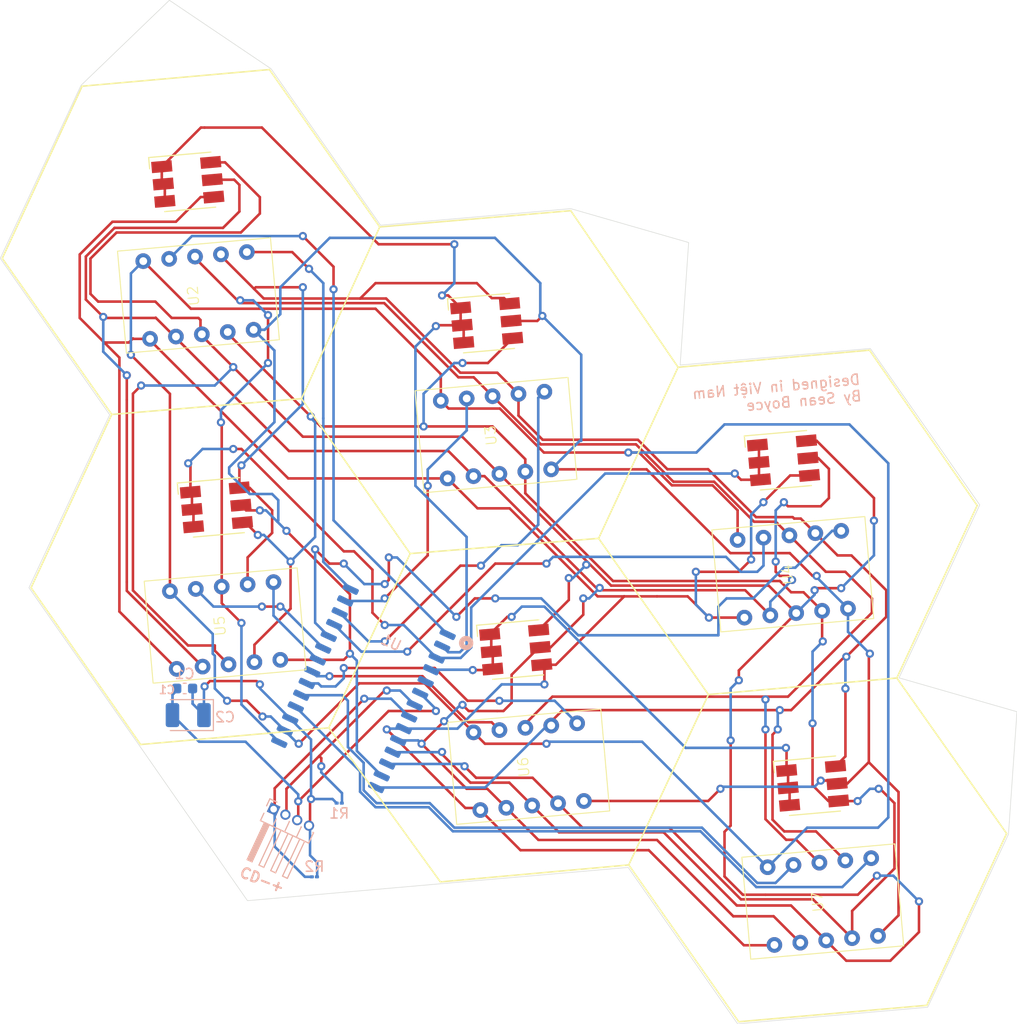
<source format=kicad_pcb>
(kicad_pcb (version 20221018) (generator pcbnew)
  (layers (0 "F.Cu" signal) (31 "B.Cu" signal) (34 "B.Paste" user) (35 "F.Paste" user) (36 "B.SilkS" user "B.Silkscreen") (37 "F.SilkS" user "F.Silkscreen") (38 "B.Mask" user) (39 "F.Mask" user) (44 "Edge.Cuts" user))
  (net 0 "")
  (net 1 "Net-(J1-Pin_1)")
  (net 2 "Net-(J1-Pin_2)")
  (net 3 "Net-(D1-BK)")
  (net 4 "Net-(D1-BA)")
  (net 5 "Net-(D1-GA)")
  (net 6 "Net-(D1-RA)")
  (net 7 "Net-(D2-BA)")
  (net 8 "Net-(D2-GA)")
  (net 9 "Net-(D2-RA)")
  (net 10 "Net-(D3-BK)")
  (net 11 "Net-(D5-BK)")
  (net 12 "Net-(J1-Pin_3)")
  (net 13 "Net-(J1-Pin_4)")
  (net 14 "Net-(U1-GRID12)")
  (net 16 "Net-(U1-SEG7)")
  (net 17 "Net-(U1-SEG8)")
  (net 18 "Net-(U1-GRID1)")
  (net 19 "Net-(U1-GRID2)")
  (net 20 "Net-(U1-GRID3)")
  (net 21 "Net-(U1-GRID4)")
  (net 22 "Net-(U1-GRID5)")
  (net 23 "Net-(U1-GRID6)")
  (net 24 "Net-(U1-GRID7)")
  (net 25 "Net-(U1-GRID8)")
  (net 26 "Net-(U1-GRID9)")
  (net 27 "Net-(U1-GRID10)")
  (net 28 "Net-(U1-GRID11)")
  (footprint "MountingHole:MountingHole_3.2mm_M3" (layer "F.Cu") (at 208.6 58.8)
    (fp_text reference "H2" hide)
    (fp_text value "MountingHole" hide)
  )
  (footprint "files:7seg2_small" (layer "F.Cu") (at 222.671394 88.438253 -175)
    (fp_text reference "U4")
    (fp_text value "~")
  )
  (footprint "files:7seg2_small" (layer "F.Cu") (at 196.871394 107.238253 -175)
    (fp_text reference "U6")
    (fp_text value "~")
  )
  (footprint "MountingHole:MountingHole_3.2mm_M3" (layer "F.Cu") (at 162.2 37)
    (fp_text reference "H1" hide)
    (fp_text value "MountingHole" hide)
  )
  (footprint "LED_SMD:LED_RGB_5050-6" (layer "F.Cu") (at 192.757297 63.902705 5)
    (fp_text reference "D2" hide)
    (fp_text value "D3")
  )
  (footprint "files:7seg2_small" (layer "F.Cu") (at 225.601729 120.416877 -175)
    (fp_text reference "U7")
    (fp_text value "~")
  )
  (footprint "files:7seg2_small" (layer "F.Cu") (at 164.6 61.2 -175)
    (fp_text reference "U2")
    (fp_text value "~")
  )
  (footprint "LED_SMD:LED_RGB_5050-6" (layer "F.Cu") (at 224.6 109.102705 5)
    (fp_text reference "D6" hide)
    (fp_text value "D7")
  )
  (footprint "LED_SMD:LED_RGB_5050-6" (layer "F.Cu") (at 166.357297 81.902705 5)
    (fp_text reference "D4" hide)
    (fp_text value "D5")
  )
  (footprint "LED_SMD:LED_RGB_5050-6" (layer "F.Cu") (at 163.557297 50.102705 5)
    (fp_text reference "D1" hide)
    (fp_text value "D2")
  )
  (footprint "files:7seg2_small" (layer "F.Cu") (at 193.671394 74.838253 -175)
    (fp_text reference "U3")
    (fp_text value "~")
  )
  (footprint "LED_SMD:LED_RGB_5050-6" (layer "F.Cu") (at 195.6 95.8 5)
    (fp_text reference "D5" hide)
    (fp_text value "D6")
  )
  (footprint "MountingHole:MountingHole_3.2mm_M3" (layer "F.Cu") (at 167 109)
    (fp_text reference "H4" hide)
    (fp_text value "MountingHole" hide)
  )
  (footprint "MountingHole:MountingHole_3.2mm_M3" (layer "F.Cu") (at 180.4 115.4)
    (fp_text reference "H5" hide)
    (fp_text value "MountingHole" hide)
  )
  (footprint "files:7seg2_small" (layer "F.Cu") (at 167.207268 93.447249 -175)
    (fp_text reference "U5")
    (fp_text value "~")
  )
  (footprint "LED_SMD:LED_RGB_5050-6" (layer "F.Cu") (at 221.757297 77.302705 5)
    (fp_text reference "D3" hide)
    (fp_text value "D4")
  )
  (footprint "MountingHole:MountingHole_3.2mm_M3" (layer "F.Cu") (at 240.6 104.6)
    (fp_text reference "H3" hide)
    (fp_text value "MountingHole" hide)
  )
  (footprint "Connector_PinHeader_1.27mm:PinHeader_1x04_P1.27mm_Horizontal" (layer "B.Cu") (at 171.946967 111.389824 -115)
    (fp_text reference "J1" hide)
    (fp_text value "Conn_01x04_Pin" hide)
  )
  (footprint "Resistor_SMD:R_01005_0402Metric" (layer "B.Cu") (at 175.925 118 180)
    (fp_text reference "R2")
    (fp_text value "10k")
  )
  (footprint "Capacitor_SMD:C_0603_1608Metric" (layer "B.Cu") (at 163.255 99.6 180)
    (fp_text reference "C1")
    (fp_text value "0.1uF")
  )
  (footprint "files:TM1640" (layer "B.Cu") (at 188.944367 94.314339 155)
    (fp_text reference "U1")
    (fp_text value "TM1640")
  )
  (footprint "Capacitor_Tantalum_SMD:CP_EIA-3528-12_Kemet-T" (layer "B.Cu") (at 163.6 102.2 180)
    (fp_text reference "C2")
    (fp_text value "100uF")
  )
  (footprint "Resistor_SMD:R_01005_0402Metric" (layer "B.Cu") (at 178.35 110.8)
    (fp_text reference "R1")
    (fp_text value "10k")
  )
  (gr_line (start 177.333792 103.443699) (end 185.288303 86.420439) (stroke (width 0.15)) (layer "F.SilkS"))
  (gr_line (start 217.386755 132.158934) (end 235.760205 130.555255) (stroke (width 0.15)) (layer "F.SilkS"))
  (gr_line (start 145.432096 57.576192) (end 156.131113 72.826489) (stroke (width 0.15)) (layer "F.SilkS"))
  (gr_line (start 185.288303 86.420439) (end 203.700066 84.933998) (stroke (width 0.15)) (layer "F.SilkS"))
  (gr_line (start 230.162915 66.547021) (end 211.462892 68.215893) (stroke (width 0.15)) (layer "F.SilkS"))
  (gr_line (start 156.131113 72.826489) (end 148.247425 89.756168) (stroke (width 0.15)) (layer "F.SilkS"))
  (gr_line (start 235.760205 130.555255) (end 243.561877 113.770567) (stroke (width 0.15)) (layer "F.SilkS"))
  (gr_line (start 174.669682 71.27984) (end 182.31202 54.509356) (stroke (width 0.15)) (layer "F.SilkS"))
  (gr_line (start 182.31202 54.509356) (end 171.532267 39.130805) (stroke (width 0.15)) (layer "F.SilkS"))
  (gr_line (start 171.532267 39.130805) (end 153.241294 40.756131) (stroke (width 0.15)) (layer "F.SilkS"))
  (gr_line (start 240.683989 81.720525) (end 230.162915 66.547021) (stroke (width 0.15)) (layer "F.SilkS"))
  (gr_line (start 243.561877 113.770567) (end 232.833005 98.57691) (stroke (width 0.15)) (layer "F.SilkS"))
  (gr_line (start 206.640877 116.838896) (end 217.386755 132.158934) (stroke (width 0.15)) (layer "F.SilkS"))
  (gr_line (start 188.237362 118.496103) (end 177.333792 103.443699) (stroke (width 0.15)) (layer "F.SilkS"))
  (gr_line (start 156.131113 72.826489) (end 174.669682 71.27984) (stroke (width 0.15)) (layer "F.SilkS"))
  (gr_line (start 203.700066 84.933998) (end 211.462892 68.215893) (stroke (width 0.15)) (layer "F.SilkS"))
  (gr_line (start 206.640877 116.838896) (end 188.237362 118.496103) (stroke (width 0.15)) (layer "F.SilkS"))
  (gr_line (start 211.462892 68.215893) (end 200.972536 52.919098) (stroke (width 0.15)) (layer "F.SilkS"))
  (gr_line (start 232.833005 98.57691) (end 240.683989 81.720525) (stroke (width 0.15)) (layer "F.SilkS"))
  (gr_line (start 214.428417 100.192959) (end 206.640877 116.838896) (stroke (width 0.15)) (layer "F.SilkS"))
  (gr_line (start 200.972536 52.919098) (end 182.31202 54.509356) (stroke (width 0.15)) (layer "F.SilkS"))
  (gr_line (start 214.428417 100.192959) (end 232.833005 98.57691) (stroke (width 0.15)) (layer "F.SilkS"))
  (gr_line (start 158.949621 105.07481) (end 177.333792 103.443699) (stroke (width 0.15)) (layer "F.SilkS"))
  (gr_line (start 174.669682 71.27984) (end 185.288303 86.420439) (stroke (width 0.15)) (layer "F.SilkS"))
  (gr_line (start 153.241294 40.756131) (end 145.432096 57.576192) (stroke (width 0.15)) (layer "F.SilkS"))
  (gr_line (start 158.949621 105.07481) (end 148.247425 89.756168) (stroke (width 0.15)) (layer "F.SilkS"))
  (gr_line (start 203.700066 84.933998) (end 214.428417 100.192959) (stroke (width 0.15)) (layer "F.SilkS"))
  (gr_poly (pts (xy 171.701953 39.059846) (xy 161.758953 32.360846) (xy 153.122953 40.678846) (xy 145.235953 57.578846) (xy 155.927953 72.858846) (xy 148.040953 89.758846) (xy 158.732953 105.038846) (xy 169.387953 120.331846) (xy 188.003953 118.699846) (xy 206.582953 117.080846) (xy 217.274953 132.360846) (xy 235.853953 130.740846) (xy 243.740953 113.841846) (xy 244.571953 101.871846) (xy 233.048953 98.561846) (xy 240.935953 81.661846) (xy 230.243953 66.381846) (xy 211.664953 68.000846) (xy 212.494953 56.030846) (xy 200.972953 52.720846) (xy 182.393953 54.339846)) (stroke (width 0.05)) (fill none) (layer "Edge.Cuts"))
  (gr_text "C1" (at 162.4 100.2) (layer "B.SilkS") (effects (font (size 0.8 0.8)) (justify left bottom mirror)))
  (gr_text "CD-+" (at 168.4 118 339) (layer "B.SilkS") (effects (font (size 1 1) (thickness 0.2) bold) (justify left bottom)))
  (gr_text "Designed in Việt Nam\nBy Sean Boyce" (at 229.5144 71.5772 5) (layer "B.SilkS") (effects (font (size 1 1)) (justify left bottom mirror)))
  (segment (start 172.048989 111.263274) (end 172.048989 109.351011) (width 0.25) (layer "F.Cu") (net 1))
  (segment (start 172.048989 109.351011) (end 180.8 100.6) (width 0.25) (layer "F.Cu") (net 1))
  (via (at 180.8 100.6) (size 0.8) (drill 0.4) (layers "F.Cu" "B.Cu") (net 1))
  (segment (start 175 118) (end 175.65 118) (width 0.25) (layer "B.Cu") (net 1))
  (segment (start 183.415876 100.6) (end 185.187291 102.371415) (width 0.25) (layer "B.Cu") (net 1))
  (segment (start 172.048989 111.263274) (end 172.048989 115.048989) (width 0.25) (layer "B.Cu") (net 1))
  (segment (start 172.048989 115.048989) (end 175 118) (width 0.25) (layer "B.Cu") (net 1))
  (segment (start 180.8 100.6) (end 183.415876 100.6) (width 0.25) (layer "B.Cu") (net 1))
  (segment (start 181.2 101.4) (end 182.8 99.8) (width 0.25) (layer "F.Cu") (net 2))
  (segment (start 173.2 111.8) (end 173.2 109.4) (width 0.25) (layer "F.Cu") (net 2))
  (segment (start 176.4 106.2) (end 181.2 101.4) (width 0.25) (layer "F.Cu") (net 2))
  (segment (start 173.2 109.4) (end 175.8 106.8) (width 0.25) (layer "F.Cu") (net 2))
  (segment (start 176.4 106.2) (end 176.6 106.4) (width 0.25) (layer "F.Cu") (net 2))
  (segment (start 176.6 106.4) (end 176.6 107.2) (width 0.25) (layer "F.Cu") (net 2))
  (segment (start 175.8 106.8) (end 176.4 106.2) (width 0.25) (layer "F.Cu") (net 2))
  (segment (start 182.8 99.8) (end 183 99.8) (width 0.25) (layer "F.Cu") (net 2))
  (via (at 183 99.8) (size 0.8) (drill 0.4) (layers "F.Cu" "B.Cu") (net 2))
  (via (at 176.6 107.2) (size 0.8) (drill 0.4) (layers "F.Cu" "B.Cu") (net 2))
  (segment (start 176.6 107.2) (end 176.6 107.8) (width 0.25) (layer "B.Cu") (net 2))
  (segment (start 178.625 109.825) (end 178.625 110.8) (width 0.25) (layer "B.Cu") (net 2))
  (segment (start 176.6 107.8) (end 178.625 109.825) (width 0.25) (layer "B.Cu") (net 2))
  (segment (start 184.303612 99.8) (end 185.724016 101.220404) (width 0.25) (layer "B.Cu") (net 2))
  (segment (start 183 99.8) (end 184.303612 99.8) (width 0.25) (layer "B.Cu") (net 2))
  (segment (start 170.8 44.8) (end 182 56) (width 0.25) (layer "F.Cu") (net 3))
  (segment (start 182 56) (end 182.2 56.2) (width 0.25) (layer "F.Cu") (net 3))
  (segment (start 188.999917 61.2) (end 190.218265 62.418348) (width 0.25) (layer "F.Cu") (net 3))
  (segment (start 188.4 61.2) (end 188.999917 61.2) (width 0.25) (layer "F.Cu") (net 3))
  (segment (start 190.218265 62.418348) (end 190.218265 63.963714) (width 0.25) (layer "F.Cu") (net 3))
  (segment (start 190.514594 65.80541) (end 190.514594 64.260043) (width 0.25) (layer "F.Cu") (net 3))
  (segment (start 182.2 56.2) (end 189.6 56.2) (width 0.25) (layer "F.Cu") (net 3))
  (segment (start 161.018265 48.618348) (end 161.018265 50.163714) (width 0.25) (layer "F.Cu") (net 3))
  (segment (start 187.888121 64.111879) (end 190.36643 64.111879) (width 0.25) (layer "F.Cu") (net 3))
  (segment (start 165.2 44.8) (end 170.8 44.8) (width 0.25) (layer "F.Cu") (net 3))
  (segment (start 190.218265 63.963714) (end 190.36643 64.111879) (width 0.25) (layer "F.Cu") (net 3))
  (segment (start 161.314594 50.460043) (end 161.16643 50.311879) (width 0.25) (layer "F.Cu") (net 3))
  (segment (start 161.018265 48.618348) (end 164.836613 44.8) (width 0.25) (layer "F.Cu") (net 3))
  (segment (start 164.836613 44.8) (end 165.2 44.8) (width 0.25) (layer "F.Cu") (net 3))
  (segment (start 161.314594 52.00541) (end 161.314594 50.460043) (width 0.25) (layer "F.Cu") (net 3))
  (segment (start 187.8 64.2) (end 187.888121 64.111879) (width 0.25) (layer "F.Cu") (net 3))
  (segment (start 161.018265 50.163714) (end 161.16643 50.311879) (width 0.25) (layer "F.Cu") (net 3))
  (segment (start 190.514594 64.260043) (end 190.36643 64.111879) (width 0.25) (layer "F.Cu") (net 3))
  (via (at 188.4 61.2) (size 0.8) (drill 0.4) (layers "F.Cu" "B.Cu") (net 3))
  (via (at 189.6 56.2) (size 0.8) (drill 0.4) (layers "F.Cu" "B.Cu") (net 3))
  (via (at 187.8 64.2) (size 0.8) (drill 0.4) (layers "F.Cu" "B.Cu") (net 3))
  (segment (start 189.6 60) (end 188.4 61.2) (width 0.25) (layer "B.Cu") (net 3))
  (segment (start 188.407642 95.46535) (end 189.001203 96.058911) (width 0.25) (layer "B.Cu") (net 3))
  (segment (start 190.8 84.8) (end 185.8 79.8) (width 0.25) (layer "B.Cu") (net 3))
  (segment (start 190.8 95.4) (end 190.8 84.8) (width 0.25) (layer "B.Cu") (net 3))
  (segment (start 189.6 56.2) (end 189.6 60) (width 0.25) (layer "B.Cu") (net 3))
  (segment (start 190.141089 96.058911) (end 190.8 95.4) (width 0.25) (layer "B.Cu") (net 3))
  (segment (start 189.001203 96.058911) (end 190.141089 96.058911) (width 0.25) (layer "B.Cu") (net 3))
  (segment (start 185.8 79.8) (end 185.8 66.2) (width 0.25) (layer "B.Cu") (net 3))
  (segment (start 185.8 66.2) (end 187.8 64.2) (width 0.25) (layer "B.Cu") (net 3))
  (segment (start 158.2 65.4) (end 158.242751 65.442751) (width 0.25) (layer "F.Cu") (net 4))
  (segment (start 218.6 87) (end 217.4 88.2) (width 0.25) (layer "F.Cu") (net 4))
  (segment (start 190.676506 111.276506) (end 191.942788 111.276506) (width 0.25) (layer "F.Cu") (net 4))
  (segment (start 198.139032 97.284357) (end 199.515643 97.284357) (width 0.25) (layer "F.Cu") (net 4))
  (segment (start 209.4 90.6) (end 212.4 90.6) (width 0.25) (layer "F.Cu") (net 4))
  (segment (start 155.4 65.8) (end 157.8 65.8) (width 0.25) (layer "F.Cu") (net 4))
  (segment (start 222.412938 78.787062) (end 219.8 81.4) (width 0.25) (layer "F.Cu") (net 4))
  (segment (start 196.066282 115.4) (end 208.6 115.4) (width 0.25) (layer "F.Cu") (net 4))
  (segment (start 198.4 97.545325) (end 198.139032 97.284357) (width 0.25) (layer "F.Cu") (net 4))
  (segment (start 217.4 88.2) (end 213.2 88.2) (width 0.25) (layer "F.Cu") (net 4))
  (segment (start 214.476506 92.676506) (end 217.942788 92.676506) (width 0.25) (layer "F.Cu") (net 4))
  (segment (start 208.6 115.4) (end 217.885502 124.685502) (width 0.25) (layer "F.Cu") (net 4))
  (segment (start 173.373086 79.076506) (end 188.942788 79.076506) (width 0.25) (layer "F.Cu") (net 4))
  (segment (start 159.739331 65.442751) (end 173.373086 79.076506) (width 0.25) (layer "F.Cu") (net 4))
  (segment (start 164.812938 51.587062) (end 162.4 54) (width 0.25) (layer "F.Cu") (net 4))
  (segment (start 157.8 65.8) (end 158.2 65.4) (width 0.25) (layer "F.Cu") (net 4))
  (segment (start 158.242751 65.442751) (end 159.739331 65.442751) (width 0.25) (layer "F.Cu") (net 4))
  (segment (start 156.875 67.275) (end 155.4 65.8) (width 0.25) (layer "F.Cu") (net 4))
  (segment (start 162.478662 97.685502) (end 156.875 92.08184) (width 0.25) (layer "F.Cu") (net 4))
  (segment (start 199.515643 97.284357) (end 206.2 90.6) (width 0.25) (layer "F.Cu") (net 4))
  (segment (start 162.4 54) (end 156.2 54) (width 0.25) (layer "F.Cu") (net 4))
  (segment (start 195 82) (end 203.6 90.6) (width 0.25) (layer "F.Cu") (net 4))
  (segment (start 188.942788 79.076506) (end 191.866282 82) (width 0.25) (layer "F.Cu") (net 4))
  (segment (start 191.866282 82) (end 195 82) (width 0.25) (layer "F.Cu") (net 4))
  (segment (start 206.2 90.6) (end 209.4 90.6) (width 0.25) (layer "F.Cu") (net 4))
  (segment (start 156.2 54) (end 153 57.2) (width 0.25) (layer "F.Cu") (net 4))
  (segment (start 156.875 92.08184) (end 156.875 67.275) (width 0.25) (layer "F.Cu") (net 4))
  (segment (start 198.4 99.2) (end 198.4 97.545325) (width 0.25) (layer "F.Cu") (net 4))
  (segment (start 153 57.2) (end 153 63.4) (width 0.25) (layer "F.Cu") (net 4))
  (segment (start 191.942788 111.276506) (end 196.066282 115.4) (width 0.25) (layer "F.Cu") (net 4))
  (segment (start 166.096329 51.587062) (end 164.812938 51.587062) (width 0.25) (layer "F.Cu") (net 4))
  (segment (start 212.4 90.6) (end 214.476506 92.676506) (width 0.25) (layer "F.Cu") (net 4))
  (segment (start 203.6 90.6) (end 206.2 90.6) (width 0.25) (layer "F.Cu") (net 4))
  (segment (start 217.885502 124.685502) (end 220.878662 124.685502) (width 0.25) (layer "F.Cu") (net 4))
  (segment (start 224.296329 78.787062) (end 222.412938 78.787062) (width 0.25) (layer "F.Cu") (net 4))
  (segment (start 183 103.6) (end 190.676506 111.276506) (width 0.25) (layer "F.Cu") (net 4))
  (segment (start 153 63.4) (end 155.4 65.8) (width 0.25) (layer "F.Cu") (net 4))
  (via (at 214.476506 92.676506) (size 0.8) (drill 0.4) (layers "F.Cu" "B.Cu") (net 4))
  (via (at 219.8 81.4) (size 0.8) (drill 0.4) (layers "F.Cu" "B.Cu") (net 4))
  (via (at 218.6 87) (size 0.8) (drill 0.4) (layers "F.Cu" "B.Cu") (net 4))
  (via (at 213.2 88.2) (size 0.8) (drill 0.4) (layers "F.Cu" "B.Cu") (net 4))
  (via (at 183 103.6) (size 0.8) (drill 0.4) (layers "F.Cu" "B.Cu") (net 4))
  (via (at 198.4 99.2) (size 0.8) (drill 0.4) (layers "F.Cu" "B.Cu") (net 4))
  (segment (start 184.650565 103.522426) (end 183.077574 103.522426) (width 0.25) (layer "B.Cu") (net 4))
  (segment (start 189.904487 103.522426) (end 194.226913 99.2) (width 0.25) (layer "B.Cu") (net 4))
  (segment (start 184.650565 103.522426) (end 189.904487 103.522426) (width 0.25) (layer "B.Cu") (net 4))
  (segment (start 218.6 82.6) (end 218.6 87) (width 0.25) (layer "B.Cu") (net 4))
  (segment (start 194.226913 99.2) (end 198.4 99.2) (width 0.25) (layer "B.Cu") (net 4))
  (segment (start 183.077574 103.522426) (end 183 103.6) (width 0.25) (layer "B.Cu") (net 4))
  (segment (start 213.2 91.4) (end 214.476506 92.676506) (width 0.25) (layer "B.Cu") (net 4))
  (segment (start 219.8 81.4) (end 218.6 82.6) (width 0.25) (layer "B.Cu") (net 4))
  (segment (start 213.2 88.2) (end 213.2 91.4) (width 0.25) (layer "B.Cu") (net 4))
  (segment (start 168.6 53) (end 168.6 50.4) (width 0.25) (layer "F.Cu") (net 5))
  (segment (start 192.550753 78.85513) (end 203.695623 90) (width 0.25) (layer "F.Cu") (net 5))
  (segment (start 155.4 63.4) (end 155.3 63.3) (width 0.25) (layer "F.Cu") (net 5))
  (segment (start 226.2 78.141547) (end 226.2 81) (width 0.25) (layer "F.Cu") (net 5))
  (segment (start 153.6 61.6) (end 153.6 57.4) (width 0.25) (layer "F.Cu") (net 5))
  (segment (start 160.411895 63.4) (end 155.4 63.4) (width 0.25) (layer "F.Cu") (net 5))
  (segment (start 224.148164 77.093531) (end 225.151984 77.093531) (width 0.25) (layer "F.Cu") (net 5))
  (segment (start 193.8 101.8) (end 191 101.8) (width 0.25) (layer "F.Cu") (net 5))
  (segment (start 160.430093 63.381802) (end 160.411895 63.4) (width 0.25) (layer "F.Cu") (net 5))
  (segment (start 195.2 98.258888) (end 195.2 101) (width 0.25) (layer "F.Cu") (net 5))
  (segment (start 221 88.2) (end 221.4 88.6) (width 0.25) (layer "F.Cu") (net 5))
  (segment (start 223.408997 124.464126) (end 220.8 121.855129) (width 0.25) (layer "F.Cu") (net 5))
  (segment (start 165.008997 97.464126) (end 157.6 90.055129) (width 0.25) (layer "F.Cu") (net 5))
  (segment (start 197.817993 114.4) (end 194.473123 111.05513) (width 0.25) (layer "F.Cu") (net 5))
  (segment (start 194.4 101.8) (end 193.8 101.8) (width 0.25) (layer "F.Cu") (net 5))
  (segment (start 197.990867 95.590826) (end 197.868062 95.590826) (width 0.25) (layer "F.Cu") (net 5))
  (segment (start 168.093531 49.893531) (end 165.948164 49.893531) (width 0.25) (layer "F.Cu") (net 5))
  (segment (start 195.2 101) (end 194.4 101.8) (width 0.25) (layer "F.Cu") (net 5))
  (segment (start 191 101.8) (end 190.4 101.2) (width 0.25) (layer "F.Cu") (net 5))
  (segment (start 167 54.6) (end 168.6 53) (width 0.25) (layer "F.Cu") (net 5))
  (segment (start 190.8 109.4) (end 192.817993 109.4) (width 0.25) (layer "F.Cu") (net 5))
  (segment (start 157.6 71.4) (end 157.6 69) (width 0.25) (layer "F.Cu") (net 5))
  (segment (start 188.6 102.8) (end 186.4 105) (width 0.25) (layer "F.Cu") (net 5))
  (segment (start 225.4 81.8) (end 222.2 81.8) (width 0.25) (layer "F.Cu") (net 5))
  (segment (start 197.868062 95.590826) (end 195.2 98.258888) (width 0.25) (layer "F.Cu") (net 5))
  (segment (start 197.990867 95.590826) (end 198.994687 95.590826) (width 0.25) (layer "F.Cu") (net 5))
  (segment (start 226.2 81) (end 225.4 81.8) (width 0.25) (layer "F.Cu") (net 5))
  (segment (start 225.151984 77.093531) (end 226.2 78.141547) (width 0.25) (layer "F.Cu") (net 5))
  (segment (start 209.4 114.4) (end 197.817993 114.4) (width 0.25) (layer "F.Cu") (net 5))
  (segment (start 222.2 88.6) (end 222.6 89) (width 0.25) (layer "F.Cu") (net 5))
  (segment (start 198.994687 95.590826) (end 202.2 92.385513) (width 0.25) (layer "F.Cu") (net 5))
  (segment (start 191.473123 78.85513) (end 192.550753 78.85513) (width 0.25) (layer "F.Cu") (net 5))
  (segment (start 153.6 57.4) (end 156.4 54.6) (width 0.25) (layer "F.Cu") (net 5))
  (segment (start 221.8 88.6) (end 222.2 88.6) (width 0.25) (layer "F.Cu") (net 5))
  (segment (start 162.269666 65.221375) (end 173.448291 76.4) (width 0.25) (layer "F.Cu") (net 5))
  (segment (start 157.6 90.055129) (end 157.6 89.2) (width 0.25) (layer "F.Cu") (net 5))
  (segment (start 189.017993 76.4) (end 191.473123 78.85513) (width 0.25) (layer "F.Cu") (net 5))
  (segment (start 222.2 81.8) (end 221.8 81.4) (width 0.25) (layer "F.Cu") (net 5))
  (segment (start 157.6 89.2) (end 157.6 71.4) (width 0.25) (layer "F.Cu") (net 5))
  (segment (start 203.695623 90) (end 218.017993 90) (width 0.25) (layer "F.Cu") (net 5))
  (segment (start 156.4 54.6) (end 167 54.6) (width 0.25) (layer "F.Cu") (net 5))
  (segment (start 168.6 50.4) (end 168.093531 49.893531) (width 0.25) (layer "F.Cu") (net 5))
  (segment (start 216.855129 121.855129) (end 209.4 114.4) (width 0.25) (layer "F.Cu") (net 5))
  (segment (start 188.6 102.797426) (end 188.6 102.8) (width 0.25) (layer "F.Cu") (net 5))
  (segment (start 155.3 63.3) (end 153.6 61.6) (width 0.25) (layer "F.Cu") (net 5))
  (segment (start 186.4 105) (end 190.8 109.4) (width 0.25) (layer "F.Cu") (net 5))
  (segment (start 192.817993 109.4) (end 194.473123 111.05513) (width 0.25) (layer "F.Cu") (net 5))
  (segment (start 173.448291 76.4) (end 189.017993 76.4) (width 0.25) (layer "F.Cu") (net 5))
  (segment (start 220.8 121.855129) (end 216.855129 121.855129) (width 0.25) (layer "F.Cu") (net 5))
  (segment (start 162.269666 65.221375) (end 160.430093 63.381802) (width 0.25) (layer "F.Cu") (net 5))
  (segment (start 221.4 88.6) (end 221.8 88.6) (width 0.25) (layer "F.Cu") (net 5))
  (segment (start 221 87.2) (end 221 88.2) (width 0.25) (layer "F.Cu") (net 5))
  (segment (start 218.017993 90) (end 220.473123 92.45513) (width 0.25) (layer "F.Cu") (net 5))
  (segment (start 202.2 92.385513) (end 202.2 90.8) (width 0.25) (layer "F.Cu") (net 5))
  (via (at 188.6 102.797426) (size 0.8) (drill 0.4) (layers "F.Cu" "B.Cu") (net 5))
  (via (at 203.797964 89.772659) (size 0.8) (drill 0.4) (layers "F.Cu" "B.Cu") (net 5))
  (via (at 202.2 90.8) (size 0.8) (drill 0.4) (layers "F.Cu" "B.Cu") (net 5))
  (via (at 221 87.2) (size 0.8) (drill 0.4) (layers "F.Cu" "B.Cu") (net 5))
  (via (at 222.6 89) (size 0.8) (drill 0.4) (layers "F.Cu" "B.Cu") (net 5))
  (via (at 157.6 69) (size 0.8) (drill 0.4) (layers "F.Cu" "B.Cu") (net 5))
  (via (at 186.4 105) (size 0.8) (drill 0.4) (layers "F.Cu" "B.Cu") (net 5))
  (via (at 221.8 81.4) (size 0.8) (drill 0.4) (layers "F.Cu" "B.Cu") (net 5))
  (via (at 190.4 101.2) (size 0.8) (drill 0.4) (layers "F.Cu" "B.Cu") (net 5))
  (via (at 155.3 63.3) (size 0.8) (drill 0.4) (layers "F.Cu" "B.Cu") (net 5))
  (segment (start 190.197426 101.2) (end 188.6 102.797426) (width 0.25) (layer "B.Cu") (net 5))
  (segment (start 186.073437 104.673437) (end 186.4 105) (width 0.25) (layer "B.Cu") (net 5))
  (segment (start 202.770623 90.8) (end 203.797964 89.772659) (width 0.25) (layer "B.Cu") (net 5))
  (segment (start 222.6 89) (end 220.473123 91.126877) (width 0.25) (layer "B.Cu") (net 5))
  (segment (start 190.4 101.2) (end 190.197426 101.2) (width 0.25) (layer "B.Cu") (net 5))
  (segment (start 221 82.2) (end 221 87.2) (width 0.25) (layer "B.Cu") (net 5))
  (segment (start 220.473123 91.126877) (end 220.473123 92.45513) (width 0.25) (layer "B.Cu") (net 5))
  (segment (start 157.6 69) (end 155.3 66.7) (width 0.25) (layer "B.Cu") (net 5))
  (segment (start 202.2 90.8) (end 202.770623 90.8) (width 0.25) (layer "B.Cu") (net 5))
  (segment (start 221.8 81.4) (end 221 82.2) (width 0.25) (layer "B.Cu") (net 5))
  (segment (start 155.3 66.7) (end 155.3 63.3) (width 0.25) (layer "B.Cu") (net 5))
  (segment (start 184.11384 104.673437) (end 186.073437 104.673437) (width 0.25) (layer "B.Cu") (net 5))
  (segment (start 217.786396 119.75) (end 220 119.75) (width 0.25) (layer "F.Cu") (net 6))
  (segment (start 229.024694 119.75) (end 230.887347 117.887347) (width 0.25) (layer "F.Cu") (net 6))
  (segment (start 164.6 63.4) (end 164.8 63.6) (width 0.25) (layer "F.Cu") (net 6))
  (segment (start 235 123.4) (end 232.2 126.2) (width 0.25) (layer "F.Cu") (net 6))
  (segment (start 156.6 55.05) (end 154.05 57.6) (width 0.25) (layer "F.Cu") (net 6))
  (segment (start 158.2 70.8) (end 159 70) (width 0.25) (layer "F.Cu") (net 6))
  (segment (start 160.385542 61.8) (end 161.985542 63.4) (width 0.25) (layer "F.Cu") (net 6))
  (segment (start 225 89.8) (end 224.8 90) (width 0.25) (layer "F.Cu") (net 6))
  (segment (start 222.49658 120.8) (end 225.939331 124.242751) (width 0.25) (layer "F.Cu") (net 6))
  (segment (start 216.6 113) (end 216 113.6) (width 0.25) (layer "F.Cu") (net 6))
  (segment (start 170.6 51.6) (end 170.6 53.2) (width 0.25) (layer "F.Cu") (net 6))
  (segment (start 188.4 105.8) (end 188.4 106.025305) (width 0.25) (layer "F.Cu") (net 6))
  (segment (start 200.787347 90.952651) (end 200.787347 88.812653) (width 0.25) (layer "F.Cu") (net 6))
  (segment (start 170.6 53.2) (end 168.75 55.05) (width 0.25) (layer "F.Cu") (net 6))
  (segment (start 227.89658 126.2) (end 225.939331 124.242751) (width 0.25) (layer "F.Cu") (net 6))
  (segment (start 194.003457 78.633755) (end 204.919702 89.55) (width 0.25) (layer "F.Cu") (net 6))
  (segment (start 216 117.963604) (end 217.786396 119.75) (width 0.25) (layer "F.Cu") (net 6))
  (segment (start 216.6 104.675) (end 216.6 113) (width 0.25) (layer "F.Cu") (net 6))
  (segment (start 158.2 72.8) (end 158.2 70.8) (width 0.25) (layer "F.Cu") (net 6))
  (segment (start 158.590633 90.409366) (end 158.2 90.018733) (width 0.25) (layer "F.Cu") (net 6))
  (segment (start 164.8 63.6) (end 164.8 65) (width 0.25) (layer "F.Cu") (net 6))
  (segment (start 158.2 90.018733) (end 158.2 72.8) (width 0.25) (layer "F.Cu") (net 6))
  (segment (start 235 120.4) (end 235 123.4) (width 0.25) (layer "F.Cu") (net 6))
  (segment (start 217.4 97.837212) (end 217.4 98.8) (width 0.25) (layer "F.Cu") (net 6))
  (segment (start 220 119.75) (end 229.024694 119.75) (width 0.25) (layer "F.Cu") (net 6))
  (segment (start 166.2 95.4) (end 163.581267 95.4) (width 0.25) (layer "F.Cu") (net 6))
  (segment (start 197.003457 110.833755) (end 199.819702 113.65) (width 0.25) (layer "F.Cu") (net 6))
  (segment (start 168 68.2) (end 174.8 75) (width 0.25) (layer "F.Cu") (net 6))
  (segment (start 154.05 57.6) (end 154.05 61.05) (width 0.25) (layer "F.Cu") (net 6))
  (segment (start 220.319702 89.55) (end 223.003457 92.233755) (width 0.25) (layer "F.Cu") (net 6))
  (segment (start 174.8 75) (end 190.369702 75) (width 0.25) (layer "F.Cu") (net 6))
  (segment (start 154.05 61.05) (end 154.8 61.8) (width 0.25) (layer "F.Cu") (net 6))
  (segment (start 188.4 106.025305) (end 191.174695 108.8) (width 0.25) (layer "F.Cu") (net 6))
  (segment (start 225.00382 75.4) (end 230.6 80.99618) (width 0.25) (layer "F.Cu") (net 6))
  (segment (start 217.2 120.8) (end 222.49658 120.8) (width 0.25) (layer "F.Cu") (net 6))
  (segment (start 191.174695 108.8) (end 194.969702 108.8) (width 0.25) (layer "F.Cu") (net 6))
  (segment (start 204.919702 89.55) (end 220.319702 89.55) (width 0.25) (layer "F.Cu") (net 6))
  (segment (start 165.8 48.2) (end 167.2 48.2) (width 0.25) (layer "F.Cu") (net 6))
  (segment (start 224 75.4) (end 225.00382 75.4) (width 0.25) (layer "F.Cu") (net 6))
  (segment (start 227.4 89.8) (end 225 89.8) (width 0.25) (layer "F.Cu") (net 6))
  (segment (start 190.369702 75) (end 194.003457 78.633755) (width 0.25) (layer "F.Cu") (net 6))
  (segment (start 232.2 126.2) (end 227.89658 126.2) (width 0.25) (layer "F.Cu") (net 6))
  (segment (start 161.985542 63.4) (end 164.6 63.4) (width 0.25) (layer "F.Cu") (net 6))
  (segment (start 210.05 113.65) (end 217.2 120.8) (width 0.25) (layer "F.Cu") (net 6))
  (segment (start 197.842703 93.897295) (end 200.787347 90.952651) (width 0.25) (layer "F.Cu") (net 6))
  (segment (start 154.8 61.8) (end 160.385542 61.8) (width 0.25) (layer "F.Cu") (net 6))
  (segment (start 194.969702 108.8) (end 197.003457 110.833755) (width 0.25) (layer "F.Cu") (net 6))
  (segment (start 230.6 80.99618) (end 230.6 83.2) (width 0.25) (layer "F.Cu") (net 6))
  (segment (start 163.581267 95.4) (end 158.590633 90.409366) (width 0.25) (layer "F.Cu") (net 6))
  (segment (start 164.8 65) (end 168 68.2) (width 0.25) (layer "F.Cu") (net 6))
  (segment (start 167.2 48.2) (end 170.6 51.6) (width 0.25) (layer "F.Cu") (net 6))
  (segment (start 168.75 55.05) (end 156.6 55.05) (width 0.25) (layer "F.Cu") (net 6))
  (segment (start 167.539331 97.242751) (end 166.2 95.90342) (width 0.25) (layer "F.Cu") (net 6))
  (segment (start 166.2 95.90342) (end 166.2 95.4) (width 0.25) (layer "F.Cu") (net 6))
  (segment (start 199.819702 113.65) (end 210.05 113.65) (width 0.25) (layer "F.Cu") (net 6))
  (segment (start 216 113.6) (end 216 117.963604) (width 0.25) (layer "F.Cu") (net 6))
  (segment (start 223.003457 92.233755) (end 217.4 97.837212) (width 0.25) (layer "F.Cu") (net 6))
  (via (at 227.4 89.8) (size 0.8) (drill 0.4) (layers "F.Cu" "B.Cu") (net 6))
  (via (at 224.8 90) (size 0.8) (drill 0.4) (layers "F.Cu" "B.Cu") (net 6))
  (via (at 235 120.4) (size 0.8) (drill 0.4) (layers "F.Cu" "B.Cu") (net 6))
  (via (at 217.4 98.8) (size 0.8) (drill 0.4) (layers "F.Cu" "B.Cu") (net 6))
  (via (at 188.4 105.8) (size 0.8) (drill 0.4) (layers "F.Cu" "B.Cu") (net 6))
  (via (at 168 68.2) (size 0.8) (drill 0.4) (layers "F.Cu" "B.Cu") (net 6))
  (via (at 230.6 83.2) (size 0.8) (drill 0.4) (layers "F.Cu" "B.Cu") (net 6))
  (via (at 202.490396 87.509604) (size 0.8) (drill 0.4) (layers "F.Cu" "B.Cu") (net 6))
  (via (at 200.787347 88.812653) (size 0.8) (drill 0.4) (layers "F.Cu" "B.Cu") (net 6))
  (via (at 230.887347 117.887347) (size 0.8) (drill 0.4) (layers "F.Cu" "B.Cu") (net 6))
  (via (at 159 70) (size 0.8) (drill 0.4) (layers "F.Cu" "B.Cu") (net 6))
  (via (at 216.6 104.675) (size 0.8) (drill 0.4) (layers "F.Cu" "B.Cu") (net 6))
  (segment (start 230.887347 117.887347) (end 232.487347 117.887347) (width 0.25) (layer "B.Cu") (net 6))
  (segment (start 166.2 70) (end 168 68.2) (width 0.25) (layer "B.Cu") (net 6))
  (segment (start 216.6 99.6) (end 216.6 104.675) (width 0.25) (layer "B.Cu") (net 6))
  (segment (start 188.375552 105.824448) (end 188.4 105.8) (width 0.25) (layer "B.Cu") (net 6))
  (segment (start 200.787347 88.812653) (end 201.187347 88.812653) (width 0.25) (layer "B.Cu") (net 6))
  (segment (start 232.487347 117.887347) (end 235 120.4) (width 0.25) (layer "B.Cu") (net 6))
  (segment (start 224.8 90) (end 224.8 90.437212) (width 0.25) (layer "B.Cu") (net 6))
  (segment (start 201.187347 88.812653) (end 202.490396 87.509604) (width 0.25) (layer "B.Cu") (net 6))
  (segment (start 224.8 90.437212) (end 223.003457 92.233755) (width 0.25) (layer "B.Cu") (net 6))
  (segment (start 183.577115 105.824448) (end 188.375552 105.824448) (width 0.25) (layer "B.Cu") (net 6))
  (segment (start 230.6 83.2) (end 230.6 86.6) (width 0.25) (layer "B.Cu") (net 6))
  (segment (start 217.4 98.8) (end 216.6 99.6) (width 0.25) (layer "B.Cu") (net 6))
  (segment (start 159 70) (end 166.2 70) (width 0.25) (layer "B.Cu") (net 6))
  (segment (start 230.6 86.6) (end 227.4 89.8) (width 0.25) (layer "B.Cu") (net 6))
  (segment (start 226.135212 110.587062) (end 224.6 109.05185) (width 0.25) (layer "F.Cu") (net 7))
  (segment (start 190.6 107.2) (end 191.725 108.325) (width 0.25) (layer "F.Cu") (net 7))
  (segment (start 193.335871 74) (end 196.533792 77.197921) (width 0.25) (layer "F.Cu") (net 7))
  (segment (start 210.6 113.2) (end 217.6 120.2) (width 0.25) (layer "F.Cu") (net 7))
  (segment (start 199.533792 110.612379) (end 202.121413 113.2) (width 0.25) (layer "F.Cu") (net 7))
  (segment (start 192.883391 67.8) (end 195.296329 65.387062) (width 0.25) (layer "F.Cu") (net 7))
  (segment (start 224.648291 120.2) (end 228.469666 124.021375) (width 0.25) (layer "F.Cu") (net 7))
  (segment (start 225.533792 92.012379) (end 223.721413 90.2) (width 0.25) (layer "F.Cu") (net 7))
  (segment (start 223.721413 90.2) (end 222.506953 90.2) (width 0.25) (layer "F.Cu") (net 7))
  (segment (start 228.469666 124.021375) (end 228.469666 121.330334) (width 0.25) (layer "F.Cu") (net 7))
  (segment (start 186.6 74) (end 193.335871 74) (width 0.25) (layer "F.Cu") (net 7))
  (segment (start 197.246413 108.325) (end 199.533792 110.612379) (width 0.25) (layer "F.Cu") (net 7))
  (segment (start 196.533792 80.527694) (end 196.533792 78.412379) (width 0.25) (layer "F.Cu") (net 7))
  (segment (start 231.2 109.4) (end 231.060874 109.4) (width 0.25) (layer "F.Cu") (net 7))
  (segment (start 167.330335 64.778624) (end 169.775855 67.224145) (width 0.25) (layer "F.Cu") (net 7))
  (segment (start 168.896329 83.387062) (end 169.187062 83.387062) (width 0.25) (layer "F.Cu") (net 7))
  (segment (start 191.725 108.325) (end 197.246413 108.325) (width 0.25) (layer "F.Cu") (net 7))
  (segment (start 227.139032 110.587062) (end 226.135212 110.587062) (width 0.25) (layer "F.Cu") (net 7))
  (segment (start 205.106098 89.1) (end 196.533792 80.527694) (width 0.25) (layer "F.Cu") (net 7))
  (segment (start 224.6 109.05185) (end 224.6 103) (width 0.25) (layer "F.Cu") (net 7))
  (segment (start 225.533792 94.933792) (end 225.533792 92.012379) (width 0.25) (layer "F.Cu") (net 7))
  (segment (start 232.6 117.2) (end 232.6 110.8) (width 0.25) (layer "F.Cu") (net 7))
  (segment (start 228.469666 121.330334) (end 232.6 117.2) (width 0.25) (layer "F.Cu") (net 7))
  (segment (start 222.506953 90.2) (end 221.406953 89.1) (width 0.25) (layer "F.Cu") (net 7))
  (segment (start 221.406953 89.1) (end 205.106098 89.1) (width 0.25) (layer "F.Cu") (net 7))
  (segment (start 227.15197 110.6) (end 227.139032 110.587062) (width 0.25) (layer "F.Cu") (net 7))
  (segment (start 202.121413 113.2) (end 210.6 113.2) (width 0.25) (layer "F.Cu") (net 7))
  (segment (start 169.187062 83.387062) (end 170.4 84.6) (width 0.25) (layer "F.Cu") (net 7))
  (segment (start 232.6 110.8) (end 231.2 109.4) (width 0.25) (layer "F.Cu") (net 7))
  (segment (start 225.6 95) (end 225.533792 94.933792) (width 0.25) (layer "F.Cu") (net 7))
  (segment (start 173.6 87.2) (end 173.6 91.8) (width 0.25) (layer "F.Cu") (net 7))
  (segment (start 229 110.6) (end 227.15197 110.6) (width 0.25) (layer "F.Cu") (net 7))
  (segment (start 169.775855 67.224145) (end 175.575855 73.024145) (width 0.25) (layer "F.Cu") (net 7))
  (segment (start 173.6 91.8) (end 170.069666 95.330334) (width 0.25) (layer "F.Cu") (net 7))
  (segment (start 217.6 120.2) (end 224.648291 120.2) (width 0.25) (layer "F.Cu") (net 7))
  (segment (start 175.575855 73.024145) (end 176.551711 74) (width 0.25) (layer "F.Cu") (net 7))
  (segment (start 196.533792 77.197921) (end 196.533792 78.412379) (width 0.25) (layer "F.Cu") (net 7))
  (segment (start 170.069666 95.330334) (end 170.069666 97.021375) (width 0.25) (layer "F.Cu") (net 7))
  (segment (start 176.551711 74) (end 186.6 74) (width 0.25) (layer "F.Cu") (net 7))
  (segment (start 190.4 67.8) (end 192.883391 67.8) (width 0.25) (layer "F.Cu") (net 7))
  (via (at 225.6 95) (size 0.8) (drill 0.4) (layers "F.Cu" "B.Cu") (net 7))
  (via (at 173.6 87.2) (size 0.8) (drill 0.4) (layers "F.Cu" "B.Cu") (net 7))
  (via (at 190.4 67.8) (size 0.8) (drill 0.4) (layers "F.Cu" "B.Cu") (net 7))
  (via (at 229 110.6) (size 0.8) (drill 0.4) (layers "F.Cu" "B.Cu") (net 7))
  (via (at 170.4 84.6) (size 0.8) (drill 0.4) (layers "F.Cu" "B.Cu") (net 7))
  (via (at 224.6 103) (size 0.8) (drill 0.4) (layers "F.Cu" "B.Cu") (net 7))
  (via (at 186.6 74) (size 0.8) (drill 0.4) (layers "F.Cu" "B.Cu") (net 7))
  (via (at 231.060874 109.4) (size 0.8) (drill 0.4) (layers "F.Cu" "B.Cu") (net 7))
  (via (at 175.575855 73.024145) (size 0.8) (drill 0.4) (layers "F.Cu" "B.Cu") (net 7))
  (via (at 190.6 107.2) (size 0.8) (drill 0.4) (layers "F.Cu" "B.Cu") (net 7))
  (segment (start 189.6 67.8) (end 186.6 70.8) (width 0.25) (layer "B.Cu") (net 7))
  (segment (start 224.6 96) (end 225.6 95) (width 0.25) (layer "B.Cu") (net 7))
  (segment (start 186.6 70.8) (end 186.6 74) (width 0.25) (layer "B.Cu") (net 7))
  (segment (start 173.6 87.2) (end 176 84.8) (width 0.25) (layer "B.Cu") (net 7))
  (segment (start 170.4 84.6) (end 171 84.6) (width 0.25) (layer "B.Cu") (net 7))
  (segment (start 231.060874 109.4) (end 230.2 109.4) (width 0.25) (layer "B.Cu") (net 7))
  (segment (start 190.375459 106.975459) (end 190.6 107.2) (width 0.25) (layer "B.Cu") (net 7))
  (segment (start 171 84.6) (end 173.6 87.2) (width 0.25) (layer "B.Cu") (net 7))
  (segment (start 230.2 109.4) (end 229 110.6) (width 0.25) (layer "B.Cu") (net 7))
  (segment (start 183.04039 106.975459) (end 190.375459 106.975459) (width 0.25) (layer "B.Cu") (net 7))
  (segment (start 224.6 103) (end 224.6 96) (width 0.25) (layer "B.Cu") (net 7))
  (segment (start 175.575855 73.175855) (end 175.575855 73.024145) (width 0.25) (layer "B.Cu") (net 7))
  (segment (start 176 73.6) (end 175.575855 73.175855) (width 0.25) (layer "B.Cu") (net 7))
  (segment (start 176 84.8) (end 176 73.6) (width 0.25) (layer "B.Cu") (net 7))
  (segment (start 190.4 67.8) (end 189.6 67.8) (width 0.25) (layer "B.Cu") (net 7))
  (segment (start 179.4 96.2) (end 179.4 90.4) (width 0.25) (layer "F.Cu") (net 8))
  (segment (start 222.4 86.4) (end 224.6 88.6) (width 0.25) (layer "F.Cu") (net 8))
  (segment (start 210.8 80.6) (end 216.575 86.375) (width 0.25) (layer "F.Cu") (net 8))
  (segment (start 202.264126 110.591004) (end 214.408996 110.591004) (width 0.25) (layer "F.Cu") (net 8))
  (segment (start 230.1 96.3) (end 230.2 96.2) (width 0.25) (layer "F.Cu") (net 8))
  (segment (start 230.088218 106.8) (end 230.1 106.788218) (width 0.25) (layer "F.Cu") (net 8))
  (segment (start 172.6 96.8) (end 178.8 96.8) (width 0.25) (layer "F.Cu") (net 8))
  (segment (start 178.8 96.8) (end 179.4 96.2) (width 0.25) (layer "F.Cu") (net 8))
  (segment (start 199.064126 78.191004) (end 208.391004 78.191004) (width 0.25) (layer "F.Cu") (net 8))
  (segment (start 226.990867 108.893531) (end 227.994687 108.893531) (width 0.25) (layer "F.Cu") (net 8))
  (segment (start 226.697336 108.6) (end 226.990867 108.893531) (width 0.25) (layer "F.Cu") (net 8))
  (segment (start 198.2 63.2) (end 197.706469 63.693531) (width 0.25) (layer "F.Cu") (net 8))
  (segment (start 230.994461 123.769628) (end 233 121.764089) (width 0.25) (layer "F.Cu") (net 8))
  (segment (start 227.994687 108.893531) (end 230.088218 106.8) (width 0.25) (layer "F.Cu") (net 8))
  (segment (start 208.391004 78.191004) (end 210.8 80.6) (width 0.25) (layer "F.Cu") (net 8))
  (segment (start 224.6 88.6) (end 225 88.6) (width 0.25) (layer "F.Cu") (net 8))
  (segment (start 225.4 108.6) (end 226.697336 108.6) (width 0.25) (layer "F.Cu") (net 8))
  (segment (start 233 109.711782) (end 230.088218 106.8) (width 0.25) (layer "F.Cu") (net 8))
  (segment (start 179.4 90.4) (end 173.2 84.2) (width 0.25) (layer "F.Cu") (net 8))
  (segment (start 197.706469 63.693531) (end 195.148164 63.693531) (width 0.25) (layer "F.Cu") (net 8))
  (segment (start 222.375 86.375) (end 222.4 86.4) (width 0.25) (layer "F.Cu") (net 8))
  (segment (start 230.1 106.788218) (end 230.1 96.3) (width 0.25) (layer "F.Cu") (net 8))
  (segment (start 233 121.764089) (end 233 109.711782) (width 0.25) (layer "F.Cu") (net 8))
  (segment (start 170.6 82.2) (end 169.254633 82.2) (width 0.25) (layer "F.Cu") (net 8))
  (segment (start 216.575 86.375) (end 222.375 86.375) (width 0.25) (layer "F.Cu") (net 8))
  (segment (start 169.254633 82.2) (end 168.748164 81.693531) (width 0.25) (layer "F.Cu") (net 8))
  (segment (start 214.408996 110.591004) (end 215.6 109.4) (width 0.25) (layer "F.Cu") (net 8))
  (via (at 225.4 108.6) (size 0.8) (drill 0.4) (layers "F.Cu" "B.Cu") (net 8))
  (via (at 179.4 96.2) (size 0.8) (drill 0.4) (layers "F.Cu" "B.Cu") (net 8))
  (via (at 215.6 109.4) (size 0.8) (drill 0.4) (layers "F.Cu" "B.Cu") (net 8))
  (via (at 230.2 96.2) (size 0.8) (drill 0.4) (layers "F.Cu" "B.Cu") (net 8))
  (via (at 225 88.6) (size 0.8) (drill 0.4) (layers "F.Cu" "B.Cu") (net 8))
  (via (at 170.6 82.2) (size 0.8) (drill 0.4) (layers "F.Cu" "B.Cu") (net 8))
  (via (at 198.2 63.2) (size 0.8) (drill 0.4) (layers "F.Cu" "B.Cu") (net 8))
  (via (at 173.2 84.2) (size 0.8) (drill 0.4) (layers "F.Cu" "B.Cu") (net 8))
  (segment (start 173.2 84.2) (end 172.3 83.3) (width 0.25) (layer "B.Cu") (net 8))
  (segment (start 167.6 78.6) (end 169.6 80.6) (width 0.25) (layer "B.Cu") (net 8))
  (segment (start 193.575 55.575) (end 198 60) (width 0.25) (layer "B.Cu") (net 8))
  (segment (start 198 60) (end 198 63) (width 0.25) (layer "B.Cu") (net 8))
  (segment (start 225 88.6) (end 225 88.726878) (width 0.25) (layer "B.Cu") (net 8))
  (segment (start 228.064126 94.064126) (end 228.064126 91.791004) (width 0.25) (layer "B.Cu") (net 8))
  (segment (start 182.503665 108.12647) (end 180.075 105.697805) (width 0.25) (layer "B.Cu") (net 8))
  (segment (start 171.8 80.6) (end 172.4 81.2) (width 0.25) (layer "B.Cu") (net 8))
  (segment (start 224.8 109.2) (end 225.4 108.6) (width 0.25) (layer "B.Cu") (net 8))
  (segment (start 172.6 60.4) (end 174 59) (width 0.25) (layer "B.Cu") (net 8))
  (segment (start 174 59) (end 177.425 55.575) (width 0.25) (layer "B.Cu") (net 8))
  (segment (start 172.3 83.3) (end 171.2 82.2) (width 0.25) (layer "B.Cu") (net 8))
  (segment (start 198 63) (end 198.2 63.2) (width 0.25) (layer "B.Cu") (net 8))
  (segment (start 180.075 96.875) (end 179.4 96.2) (width 0.25) (layer "B.Cu") (net 8))
  (segment (start 169.992732 64.552751) (end 172.025 66.585019) (width 0.25) (layer "B.Cu") (net 8))
  (segment (start 172.4 81.2) (end 172.4 83.2) (width 0.25) (layer "B.Cu") (net 8))
  (segment (start 172.025 73.575) (end 167.6 78) (width 0.25) (layer "B.Cu") (net 8))
  (segment (start 215.8 109.2) (end 224.8 109.2) (width 0.25) (layer "B.Cu") (net 8))
  (segment (start 171.070362 64.552751) (end 172.6 63.023113) (width 0.25) (layer "B.Cu") (net 8))
  (segment (start 172.6 63.023113) (end 172.6 61.8) (width 0.25) (layer "B.Cu") (net 8))
  (segment (start 169.992732 64.552751) (end 171.070362 64.552751) (width 0.25) (layer "B.Cu") (net 8))
  (segment (start 198.2 63.2) (end 202 67) (width 0.25) (layer "B.Cu") (net 8))
  (segment (start 172.025 66.585019) (end 172.025 73.575) (width 0.25) (layer "B.Cu") (net 8))
  (segment (start 202 67) (end 202 75.4) (width 0.25) (layer "B.Cu") (net 8))
  (segment (start 177.425 55.575) (end 193.575 55.575) (width 0.25) (layer "B.Cu") (net 8))
  (segment (start 171.2 82.2) (end 170.6 82.2) (width 0.25) (layer "B.Cu") (net 8))
  (segment (start 172.4 83.2) (end 172.3 83.3) (width 0.25) (layer "B.Cu") (net 8))
  (segment (start 215.6 109.4) (end 215.8 109.2) (width 0.25) (layer "B.Cu") (net 8))
  (segment (start 167.6 78) (end 167.6 78.6) (width 0.25) (layer "B.Cu") (net 8))
  (segment (start 169.6 80.6) (end 171.8 80.6) (width 0.25) (layer "B.Cu") (net 8))
  (segment (start 180.075 105.697805) (end 180.075 96.875) (width 0.25) (layer "B.Cu") (net 8))
  (segment (start 230.2 96.2) (end 228.064126 94.064126) (width 0.25) (layer "B.Cu") (net 8))
  (segment (start 201.85513 75.4) (end 199.064126 78.191004) (width 0.25) (layer "B.Cu") (net 8))
  (segment (start 202 75.4) (end 201.85513 75.4) (width 0.25) (layer "B.Cu") (net 8))
  (segment (start 225 88.726878) (end 228.064126 91.791004) (width 0.25) (layer "B.Cu") (net 8))
  (segment (start 172.6 61.8) (end 172.6 60.4) (width 0.25) (layer "B.Cu") (net 8))
  (segment (start 195.869665 70.821376) (end 195.869665 72.936689) (width 0.25) (layer "F.Cu") (net 9))
  (segment (start 182.936396 61.5) (end 190.186396 68.75) (width 0.25) (layer "F.Cu") (net 9))
  (segment (start 180.4 61.5) (end 182.936396 61.5) (width 0.25) (layer "F.Cu") (net 9))
  (segment (start 221.4 101.713) (end 222.513 101.713) (width 0.25) (layer "F.Cu") (net 9))
  (segment (start 170.039293 60.560707) (end 170.978587 61.5) (width 0.25) (layer "F.Cu") (net 9))
  (segment (start 190.186396 68.75) (end 193.798289 68.75) (width 0.25) (layer "F.Cu") (net 9))
  (segment (start 227.048289 86.6) (end 224.869665 84.421376) (width 0.25) (layer "F.Cu") (net 9))
  (segment (start 168.6 80) (end 168.6 78) (width 0.25) (layer "F.Cu") (net 9))
  (segment (start 227.812653 106.23005) (end 227.812653 99.612653) (width 0.25) (layer "F.Cu") (net 9))
  (segment (start 195.869665 72.936689) (end 198.232976 75.3) (width 0.25) (layer "F.Cu") (net 9))
  (segment (start 221.836396 113.563604) (end 220.691838 112.419046) (width 0.25) (layer "F.Cu") (net 9))
  (segment (start 169.60382 80) (end 168.6 80) (width 0.25) (layer "F.Cu") (net 9))
  (segment (start 171.8 82.19618) (end 169.60382 80) (width 0.25) (layer "F.Cu") (net 9))
  (segment (start 210.418198 78.181802) (end 214.399463 78.181802) (width 0.25) (layer "F.Cu") (net 9))
  (segment (start 223.448289 83) (end 224.869665 84.421376) (width 0.25) (layer "F.Cu") (net 9))
  (segment (start 193.798289 68.75) (end 195.869665 70.821376) (width 0.25) (layer "F.Cu") (net 9))
  (segment (start 166.666208 57.187621) (end 170.039293 60.560707) (width 0.25) (layer "F.Cu") (net 9))
  (segment (start 222.8 83) (end 223.448289 83) (width 0.25) (layer "F.Cu") (net 9))
  (segment (start 194.458285 61.458285) (end 193.258285 61.458285) (width 0.25) (layer "F.Cu") (net 9))
  (segment (start 228.4 86.6) (end 227.048289 86.6) (width 0.25) (layer "F.Cu") (net 9))
  (segment (start 195 62) (end 194.458285 61.458285) (width 0.25) (layer "F.Cu") (net 9))
  (segment (start 220.691838 112.419046) (end 220.691838 104.108162) (width 0.25) (layer "F.Cu") (net 9))
  (segment (start 174.8 60.4) (end 170.2 60.4) (width 0.25) (layer "F.Cu") (net 9))
  (segment (start 168.6 78) (end 168.8 77.8) (width 0.25) (layer "F.Cu") (net 9))
  (segment (start 214.399463 78.181802) (end 219.077029 82.859368) (width 0.25) (layer "F.Cu") (net 9))
  (segment (start 169.405539 89.430372) (end 169.405539 86.794461) (width 0.25) (layer "F.Cu") (net 9))
  (segment (start 231.8 92.6) (end 231.8 90) (width 0.25) (layer "F.Cu") (net 9))
  (segment (start 227.805539 116.430372) (end 224.938771 113.563604) (width 0.25) (layer "F.Cu") (net 9))
  (segment (start 191.8 60) (end 181.9 60) (width 0.25) (layer "F.Cu") (net 9))
  (segment (start 207.536396 75.3) (end 210.418198 78.181802) (width 0.25) (layer "F.Cu") (net 9))
  (segment (start 193.258285 61.458285) (end 191.8 60) (width 0.25) (layer "F.Cu") (net 9))
  (segment (start 169.405539 86.794461) (end 171.8 84.4) (width 0.25) (layer "F.Cu") (net 9))
  (segment (start 171.8 84.4) (end 171.8 82.19618) (width 0.25) (layer "F.Cu") (net 9))
  (segment (start 170.978587 61.5) (end 180.4 61.5) (width 0.25) (layer "F.Cu") (net 9))
  (segment (start 227.9 96.5) (end 231.8 92.6) (width 0.25) (layer "F.Cu") (net 9))
  (segment (start 198.869665 103.021376) (end 200.178041 101.713) (width 0.25) (layer "F.Cu") (net 9))
  (segment (start 200.178041 101.713) (end 221.4 101.713) (width 0.25) (layer "F.Cu") (net 9))
  (segment (start 181.9 60) (end 180.4 61.5) (width 0.25) (layer "F.Cu") (net 9))
  (segment (start 224.938771 113.563604) (end 221.836396 113.563604) (width 0.25) (layer "F.Cu") (net 9))
  (segment (start 226.842703 107.2) (end 227.812653 106.23005) (width 0.25) (layer "F.Cu") (net 9))
  (segment (start 227.726 96.5) (end 227.9 96.5) (width 0.25) (layer "F.Cu") (net 9))
  (segment (start 170.2 60.4) (end 170.039293 60.560707) (width 0.25) (layer "F.Cu") (net 9))
  (segment (start 219.077029 82.859368) (end 222.659368 82.859368) (width 0.25) (layer "F.Cu") (net 9))
  (segment (start 231.8 90) (end 228.4 86.6) (width 0.25) (layer "F.Cu") (net 9))
  (segment (start 220.691838 104.108162) (end 221.2 103.6) (width 0.25) (layer "F.Cu") (net 9))
  (segment (start 222.513 101.713) (end 227.726 96.5) (width 0.25) (layer "F.Cu") (net 9))
  (segment (start 198.232976 75.3) (end 207.536396 75.3) (width 0.25) (layer "F.Cu") (net 9))
  (segment (start 222.659368 82.859368) (end 222.8 83) (width 0.25) (layer "F.Cu") (net 9))
  (via (at 227.812653 99.612653) (size 0.8) (drill 0.4) (layers "F.Cu" "B.Cu") (net 9))
  (via (at 227.9 96.5) (size 0.8) (drill 0.4) (layers "F.Cu" "B.Cu") (net 9))
  (via (at 221.4 101.713) (size 0.8) (drill 0.4) (layers "F.Cu" "B.Cu") (net 9))
  (via (at 174.8 60.4) (size 0.8) (drill 0.4) (layers "F.Cu" "B.Cu") (net 9))
  (via (at 221.2 103.6) (size 0.8) (drill 0.4) (layers "F.Cu" "B.Cu") (net 9))
  (via (at 168.8 77.8) (size 0.8) (drill 0.4) (layers "F.Cu" "B.Cu") (net 9))
  (segment (start 227.812653 96.587347) (end 227.9 96.5) (width 0.25) (layer "B.Cu") (net 9))
  (segment (start 192.61356 109.277481) (end 198.869665 103.021376) (width 0.25) (layer "B.Cu") (net 9))
  (segment (start 227.812653 99.612653) (end 227.812653 96.587347) (width 0.25) (layer "B.Cu") (net 9))
  (segment (start 221.2 103.6) (end 221.2 101.913) (width 0.25) (layer "B.Cu") (net 9))
  (segment (start 181.966939 109.277481) (end 192.61356 109.277481) (width 0.25) (layer "B.Cu") (net 9))
  (segment (start 174.8 71.8) (end 174.8 60.4) (width 0.25) (layer "B.Cu") (net 9))
  (segment (start 168.8 77.8) (end 174.8 71.8) (width 0.25) (layer "B.Cu") (net 9))
  (segment (start 221.2 101.913) (end 221.4 101.713) (width 0.25) (layer "B.Cu") (net 9))
  (segment (start 219.36643 75.966513) (end 219.218265 75.818348) (width 0.25) (layer "F.Cu") (net 10))
  (segment (start 181.6 92.2) (end 181.6 88) (width 0.25) (layer "F.Cu") (net 10))
  (segment (start 164.114594 83.80541) (end 164.114594 82.260043) (width 0.25) (layer "F.Cu") (net 10))
  (segment (start 163.96643 82.111879) (end 163.96643 80.566513) (width 0.25) (layer "F.Cu") (net 10))
  (segment (start 163.818265 77.818265) (end 163.818265 80.418348) (width 0.25) (layer "F.Cu") (net 10))
  (segment (start 181.6 88) (end 179.8 86.2) (width 0.25) (layer "F.Cu") (net 10))
  (segment (start 178.8 86.2) (end 168.8 76.2) (width 0.25) (layer "F.Cu") (net 10))
  (segment (start 219.36643 77.511879) (end 219.36643 75.966513) (width 0.25) (layer "F.Cu") (net 10))
  (segment (start 164.114594 82.260043) (end 163.96643 82.111879) (width 0.25) (layer "F.Cu") (net 10))
  (segment (start 168.8 76.2) (end 168 76.2) (width 0.25) (layer "F.Cu") (net 10))
  (segment (start 179.8 86.2) (end 178.8 86.2) (width 0.25) (layer "F.Cu") (net 10))
  (segment (start 163.6 77.6) (end 163.818265 77.818265) (width 0.25) (layer "F.Cu") (net 10))
  (segment (start 219.36643 77.511879) (end 219.36643 79.057246) (width 0.25) (layer "F.Cu") (net 10))
  (segment (start 163.96643 80.566513) (end 163.818265 80.418348) (width 0.25) (layer "F.Cu") (net 10))
  (segment (start 182.8 93.4) (end 181.6 92.2) (width 0.25) (layer "F.Cu") (net 10))
  (segment (start 219.514594 79.20541) (end 217.60541 79.20541) (width 0.25) (layer "F.Cu") (net 10))
  (segment (start 217.60541 79.20541) (end 217 78.6) (width 0.25) (layer "F.Cu") (net 10))
  (segment (start 219.36643 79.057246) (end 219.514594 79.20541) (width 0.25) (layer "F.Cu") (net 10))
  (via (at 182.8 93.4) (size 0.8) (drill 0.4) (layers "F.Cu" "B.Cu") (net 10))
  (via (at 217 78.6) (size 0.8) (drill 0.4) (layers "F.Cu" "B.Cu") (net 10))
  (via (at 168 76.2) (size 0.8) (drill 0.4) (layers "F.Cu" "B.Cu") (net 10))
  (via (at 163.6 77.6) (size 0.8) (drill 0.4) (layers "F.Cu" "B.Cu") (net 10))
  (segment (start 204.338299 78.6) (end 191.25 91.688299) (width 0.25) (layer "B.Cu") (net 10))
  (segment (start 168 76.2) (end 165 76.2) (width 0.25) (layer "B.Cu") (net 10))
  (segment (start 190.220035 96.616361) (end 187.870917 96.616361) (width 0.25) (layer "B.Cu") (net 10))
  (segment (start 191.25 91.688299) (end 191.25 95.586396) (width 0.25) (layer "B.Cu") (net 10))
  (segment (start 184.654556 93.4) (end 182.8 93.4) (width 0.25) (layer "B.Cu") (net 10))
  (segment (start 217 78.6) (end 204.338299 78.6) (width 0.25) (layer "B.Cu") (net 10))
  (segment (start 191.25 95.586396) (end 190.220035 96.616361) (width 0.25) (layer "B.Cu") (net 10))
  (segment (start 187.870917 96.616361) (end 184.654556 93.4) (width 0.25) (layer "B.Cu") (net 10))
  (segment (start 165 76.2) (end 163.6 77.6) (width 0.25) (layer "B.Cu") (net 10))
  (segment (start 193.209133 96.009174) (end 193.209133 94.463808) (width 0.25) (layer "F.Cu") (net 11))
  (segment (start 193.357297 97.702705) (end 193.357297 96.157338) (width 0.25) (layer "F.Cu") (net 11))
  (segment (start 194.776611 92.6) (end 193.060968 94.315643) (width 0.25) (layer "F.Cu") (net 11))
  (segment (start 222.209133 109.311879) (end 222.209133 107.766513) (width 0.25) (layer "F.Cu") (net 11))
  (segment (start 222.357297 111.00541) (end 222.357297 109.460043) (width 0.25) (layer "F.Cu") (net 11))
  (segment (start 193.357297 96.157338) (end 193.209133 96.009174) (width 0.25) (layer "F.Cu") (net 11))
  (segment (start 222.060968 105.460968) (end 222 105.4) (width 0.25) (layer "F.Cu") (net 11))
  (segment (start 193.260002 97.8) (end 193.357297 97.702705) (width 0.25) (layer "F.Cu") (net 11))
  (segment (start 195.2 92.6) (end 194.776611 92.6) (width 0.25) (layer "F.Cu") (net 11))
  (segment (start 222.357297 109.460043) (end 222.209133 109.311879) (width 0.25) (layer "F.Cu") (net 11))
  (segment (start 193.209133 94.463808) (end 193.060968 94.315643) (width 0.25) (layer "F.Cu") (net 11))
  (segment (start 191.4 97.8) (end 193.260002 97.8) (width 0.25) (layer "F.Cu") (net 11))
  (segment (start 222.060968 107.618348) (end 222.060968 105.460968) (width 0.25) (layer "F.Cu") (net 11))
  (segment (start 222.209133 107.766513) (end 222.060968 107.618348) (width 0.25) (layer "F.Cu") (net 11))
  (via (at 195.2 92.6) (size 0.8) (drill 0.4) (layers "F.Cu" "B.Cu") (net 11))
  (via (at 191.4 97.8) (size 0.8) (drill 0.4) (layers "F.Cu" "B.Cu") (net 11))
  (via (at 222 105.4) (size 0.8) (drill 0.4) (layers "F.Cu" "B.Cu") (net 11))
  (segment (start 212.2 105.4) (end 198.4 91.6) (width 0.25) (layer "B.Cu") (net 11))
  (segment (start 222 105.4) (end 212.2 105.4) (width 0.25) (layer "B.Cu") (net 11))
  (segment (start 191.367372 97.767372) (end 191.4 97.8) (width 0.25) (layer "B.Cu") (net 11))
  (segment (start 196.2 91.6) (end 195.2 92.6) (width 0.25) (layer "B.Cu") (net 11))
  (segment (start 187.334191 97.767372) (end 191.367372 97.767372) (width 0.25) (layer "B.Cu") (net 11))
  (segment (start 198.4 91.6) (end 196.2 91.6) (width 0.25) (layer "B.Cu") (net 11))
  (segment (start 174.351011 112.336725) (end 174.351011 110.625923) (width 0.25) (layer "F.Cu") (net 12))
  (segment (start 183.176934 101.8) (end 187.8 101.8) (width 0.25) (layer "F.Cu") (net 12))
  (segment (start 174.351011 110.625923) (end 183.176934 101.8) (width 0.25) (layer "F.Cu") (net 12))
  (via (at 187.8 101.8) (size 0.8) (drill 0.4) (layers "F.Cu" "B.Cu") (net 12))
  (via (at 174.351011 110.625923) (size 0.8) (drill 0.4) (layers "F.Cu" "B.Cu") (net 12))
  (segment (start 185.915356 99.724008) (end 186.260741 100.069393) (width 0.25) (layer "B.Cu") (net 12))
  (segment (start 174.351011 109.951011) (end 174.351011 110.625923) (width 0.25) (layer "B.Cu") (net 12))
  (segment (start 187.8 101.8) (end 187.8 101.608652) (width 0.25) (layer "B.Cu") (net 12))
  (segment (start 162.0625 102.2) (end 162.0625 100.2175) (width 0.25) (layer "B.Cu") (net 12))
  (segment (start 162.0625 102.2) (end 164.6625 104.8) (width 0.25) (layer "B.Cu") (net 12))
  (segment (start 169.2 104.8) (end 174.351011 109.951011) (width 0.25) (layer "B.Cu") (net 12))
  (segment (start 164.6625 104.8) (end 169.2 104.8) (width 0.25) (layer "B.Cu") (net 12))
  (segment (start 187.8 101.608652) (end 186.260741 100.069393) (width 0.25) (layer "B.Cu") (net 12))
  (segment (start 162.0625 100.2175) (end 162.48 99.8) (width 0.25) (layer "B.Cu") (net 12))
  (segment (start 165.725 98.875) (end 170.275 98.875) (width 0.25) (layer "F.Cu") (net 13))
  (segment (start 175.502022 110.500218) (end 175.60112 110.40112) (width 0.25) (layer "F.Cu") (net 13))
  (segment (start 170.275 98.875) (end 170.6 99.2) (width 0.25) (layer "F.Cu") (net 13))
  (segment (start 175.502022 112.87345) (end 175.502022 110.500218) (width 0.25) (layer "F.Cu") (net 13))
  (segment (start 165.2 99.4) (end 165.725 98.875) (width 0.25) (layer "F.Cu") (net 13))
  (via (at 165.2 99.4) (size 0.8) (drill 0.4) (layers "F.Cu" "B.Cu") (net 13))
  (via (at 170.6 99.2) (size 0.8) (drill 0.4) (layers "F.Cu" "B.Cu") (net 13))
  (via (at 175.60112 110.40112) (size 0.8) (drill 0.4) (layers "F.Cu" "B.Cu") (net 13))
  (segment (start 170.6 99.589624) (end 173.569474 102.559098) (width 0.25) (layer "B.Cu") (net 13))
  (segment (start 175.60112 110.40112) (end 177.70112 110.40112) (width 0.25) (layer "B.Cu") (net 13))
  (segment (start 165.1375 99.4625) (end 165.2 99.4) (width 0.25) (layer "B.Cu") (net 13))
  (segment (start 164.03 101.0925) (end 165.1375 102.2) (width 0.25) (layer "B.Cu") (net 13))
  (segment (start 175.502022 115.902022) (end 176.2 116.6) (width 0.25) (layer "B.Cu") (net 13))
  (segment (start 175.502022 112.87345) (end 175.502022 115.902022) (width 0.25) (layer "B.Cu") (net 13))
  (segment (start 178.075 110.775) (end 178.075 110.8) (width 0.25) (layer "B.Cu") (net 13))
  (segment (start 164.03 99.8) (end 164.03 101.0925) (width 0.25) (layer "B.Cu") (net 13))
  (segment (start 175.60112 110.40112) (end 175.60112 104.590744) (width 0.25) (layer "B.Cu") (net 13))
  (segment (start 175.60112 104.590744) (end 173.569474 102.559098) (width 0.25) (layer "B.Cu") (net 13))
  (segment (start 170.6 99.2) (end 170.6 99.589624) (width 0.25) (layer "B.Cu") (net 13))
  (segment (start 176.2 116.6) (end 176.2 118) (width 0.25) (layer "B.Cu") (net 13))
  (segment (start 177.70112 110.40112) (end 178.075 110.775) (width 0.25) (layer "B.Cu") (net 13))
  (segment (start 165.1375 102.2) (end 165.1375 99.4625) (width 0.25) (layer "B.Cu") (net 13))
  (segment (start 174.8 55.4) (end 177.8 58.4) (width 0.25) (layer "F.Cu") (net 14))
  (segment (start 177.8 58.4) (end 177.8 60.6) (width 0.25) (layer "F.Cu") (net 14))
  (via (at 174.8 55.4) (size 0.8) (drill 0.4) (layers "F.Cu" "B.Cu") (net 14))
  (via (at 177.8 60.6) (size 0.8) (drill 0.4) (layers "F.Cu" "B.Cu") (net 14))
  (segment (start 161.737602 57.625874) (end 163.963476 55.4) (width 0.25) (layer "B.Cu") (net 14))
  (segment (start 177.8 60.6) (end 177.8 83.169972) (width 0.25) (layer "B.Cu") (net 14))
  (segment (start 163.963476 55.4) (end 174.8 55.4) (width 0.25) (layer "B.Cu") (net 14))
  (segment (start 177.8 83.169972) (end 188.944367 94.314339) (width 0.25) (layer "B.Cu") (net 14))
  (segment (start 230.4 92.2) (end 230.4 90.8) (width 0.25) (layer "F.Cu") (net 16))
  (segment (start 223.00526 114.381802) (end 222.018198 114.381802) (width 0.25) (layer "F.Cu") (net 16))
  (segment (start 218.890633 83.309368) (end 221.005948 83.309368) (width 0.25) (layer "F.Cu") (net 16))
  (segment (start 166.875205 89.651747) (end 166.875205 73.675205) (width 0.25) (layer "F.Cu") (net 16))
  (segment (start 193.339331 71.042751) (end 198.04658 75.75) (width 0.25) (layer "F.Cu") (net 16))
  (segment (start 220 112.363604) (end 220 103.6) (width 0.25) (layer "F.Cu") (net 16))
  (segment (start 166.875205 73.675205) (end 166.8 73.6) (width 0.25) (layer "F.Cu") (net 16))
  (segment (start 166.875205 91.275205) (end 166.875205 89.651747) (width 0.25) (layer "F.Cu") (net 16))
  (segment (start 190 69.2) (end 191.49658 69.2) (width 0.25) (layer "F.Cu") (net 16))
  (segment (start 214.981265 79.4) (end 218.890633 83.309368) (width 0.25) (layer "F.Cu") (net 16))
  (segment (start 211 79.4) (end 214.981265 79.4) (width 0.25) (layer "F.Cu") (net 16))
  (segment (start 225.89658 88.2) (end 222.339331 84.642751) (width 0.25) (layer "F.Cu") (net 16))
  (segment (start 227.8 88.2) (end 225.89658 88.2) (width 0.25) (layer "F.Cu") (net 16))
  (segment (start 168.676878 61.95) (end 182.75 61.95) (width 0.25) (layer "F.Cu") (net 16))
  (segment (start 196.339331 103.242751) (end 199.182082 100.4) (width 0.25) (layer "F.Cu") (net 16))
  (segment (start 207.35 75.75) (end 211 79.4) (width 0.25) (layer "F.Cu") (net 16))
  (segment (start 168.8 93.2) (end 166.875205 91.275205) (width 0.25) (layer "F.Cu") (net 16))
  (segment (start 230.4 90.8) (end 227.8 88.2) (width 0.25) (layer "F.Cu") (net 16))
  (segment (start 222.2 100.4) (end 230.4 92.2) (width 0.25) (layer "F.Cu") (net 16))
  (segment (start 222.018198 114.381802) (end 220 112.363604) (width 0.25) (layer "F.Cu") (net 16))
  (segment (start 171.4 67.8) (end 171.4 63.125) (width 0.25) (layer "F.Cu") (net 16))
  (segment (start 191.49658 69.2) (end 193.339331 71.042751) (width 0.25) (layer "F.Cu") (net 16))
  (segment (start 225.275205 116.651747) (end 223.00526 114.381802) (width 0.25) (layer "F.Cu") (net 16))
  (segment (start 164.135874 57.408996) (end 168.676878 61.95) (width 0.25) (layer "F.Cu") (net 16))
  (segment (start 198.04658 75.75) (end 207.35 75.75) (width 0.25) (layer "F.Cu") (net 16))
  (segment (start 221.005948 83.309368) (end 222.339331 84.642751) (width 0.25) (layer "F.Cu") (net 16))
  (segment (start 182.75 61.95) (end 190 69.2) (width 0.25) (layer "F.Cu") (net 16))
  (segment (start 199.182082 100.4) (end 222.2 100.4) (width 0.25) (layer "F.Cu") (net 16))
  (via (at 166.8 73.6) (size 0.8) (drill 0.4) (layers "F.Cu" "B.Cu") (net 16))
  (via (at 220 103.6) (size 0.8) (drill 0.4) (layers "F.Cu" "B.Cu") (net 16))
  (via (at 220 100.675) (size 0.8) (drill 0.4) (layers "F.Cu" "B.Cu") (net 16))
  (via (at 168.8 93.2) (size 0.8) (drill 0.4) (layers "F.Cu" "B.Cu") (net 16))
  (via (at 171.4 67.8) (size 0.8) (drill 0.4) (layers "F.Cu" "B.Cu") (net 16))
  (via (at 168.676878 61.675) (size 0.8) (drill 0.4) (layers "F.Cu" "B.Cu") (net 16))
  (via (at 171.4 63.125) (size 0.8) (drill 0.4) (layers "F.Cu" "B.Cu") (net 16))
  (segment (start 168.8 101.165097) (end 168.8 93.2) (width 0.25) (layer "B.Cu") (net 16))
  (segment (start 172.496023 104.86112) (end 168.8 101.165097) (width 0.25) (layer "B.Cu") (net 16))
  (segment (start 166.8 72.4) (end 171.4 67.8) (width 0.25) (layer "B.Cu") (net 16))
  (segment (start 171.4 63.125) (end 169.95 61.675) (width 0.25) (layer "B.Cu") (net 16))
  (segment (start 169.95 61.675) (end 168.676878 61.675) (width 0.25) (layer "B.Cu") (net 16))
  (segment (start 166.8 73.6) (end 166.8 72.4) (width 0.25) (layer "B.Cu") (net 16))
  (segment (start 220 103.6) (end 220 100.675) (width 0.25) (layer "B.Cu") (net 16))
  (segment (start 188.278662 68.878662) (end 188.278662 71.485502) (width 0.25) (layer "F.Cu") (net 17))
  (segment (start 161.814536 90.094498) (end 161.814536 70.814536) (width 0.25) (layer "F.Cu") (net 17))
  (segment (start 207.652513 76.547487) (end 210.855026 79.75) (width 0.25) (layer "F.Cu") (net 17))
  (segment (start 191.478662 103.885502) (end 186.692168 99.099008) (width 0.25) (layer "F.Cu") (net 17))
  (segment (start 198.349092 76.547487) (end 206.6 76.547487) (width 0.25) (layer "F.Cu") (net 17))
  (segment (start 210.855026 79.75) (end 214.836291 79.75) (width 0.25) (layer "F.Cu") (net 17))
  (segment (start 217.278662 82.192371) (end 217.278662 85.085502) (width 0.25) (layer "F.Cu") (net 17))
  (segment (start 189.044287 72.251127) (end 194.052732 72.251127) (width 0.25) (layer "F.Cu") (net 17))
  (segment (start 188.278662 71.485502) (end 189.044287 72.251127) (width 0.25) (layer "F.Cu") (net 17))
  (segment (start 167.4 100.8) (end 169.318787 100.8) (width 0.25) (layer "F.Cu") (net 17))
  (segment (start 198.6 105) (end 192.59316 105) (width 0.25) (layer "F.Cu") (net 17))
  (segment (start 194.052732 72.251127) (end 198.349092 76.547487) (width 0.25) (layer "F.Cu") (net 17))
  (segment (start 186.692168 99.099008) (end 180.300992 99.099008) (width 0.25) (layer "F.Cu") (net 17))
  (segment (start 206.6 76.547487) (end 207.652513 76.547487) (width 0.25) (layer "F.Cu") (net 17))
  (segment (start 214.836291 79.75) (end 217.278662 82.192371) (width 0.25) (layer "F.Cu") (net 17))
  (segment (start 180.300992 99.099008) (end 174.4 105) (width 0.25) (layer "F.Cu") (net 17))
  (segment (start 163.860019 62.5) (end 181.9 62.5) (width 0.25) (layer "F.Cu") (net 17))
  (segment (start 181.9 62.5) (end 188.278662 68.878662) (width 0.25) (layer "F.Cu") (net 17))
  (segment (start 159.207268 57.847249) (end 163.860019 62.5) (width 0.25) (layer "F.Cu") (net 17))
  (segment (start 192.59316 105) (end 191.478662 103.885502) (width 0.25) (layer "F.Cu") (net 17))
  (segment (start 169.318787 100.8) (end 170.859394 102.340607) (width 0.25) (layer "F.Cu") (net 17))
  (segment (start 161.814536 70.814536) (end 158 67) (width 0.25) (layer "F.Cu") (net 17))
  (via (at 158 67) (size 0.8) (drill 0.4) (layers "F.Cu" "B.Cu") (net 17))
  (via (at 167.4 100.8) (size 0.8) (drill 0.4) (layers "F.Cu" "B.Cu") (net 17))
  (via (at 198.6 105) (size 0.8) (drill 0.4) (layers "F.Cu" "B.Cu") (net 17))
  (via (at 174.4 105) (size 0.8) (drill 0.4) (layers "F.Cu" "B.Cu") (net 17))
  (via (at 170.859394 102.340607) (size 0.8) (drill 0.4) (layers "F.Cu" "B.Cu") (net 17))
  (via (at 206.6 76.547487) (size 0.8) (drill 0.4) (layers "F.Cu" "B.Cu") (net 17))
  (segment (start 207.944871 104.8) (end 207 104.8) (width 0.25) (layer "B.Cu") (net 17))
  (segment (start 231 113.2) (end 224.073123 113.2) (width 0.25) (layer "B.Cu") (net 17))
  (segment (start 171.663246 102.340607) (end 173.032748 103.710109) (width 0.25) (layer "B.Cu") (net 17))
  (segment (start 198.8 104.8) (end 198.6 105) (width 0.25) (layer "B.Cu") (net 17))
  (segment (start 224.073123 113.2) (end 220.208997 117.064126) (width 0.25) (layer "B.Cu") (net 17))
  (segment (start 216 73.8) (end 228.2 73.8) (width 0.25) (layer "B.Cu") (net 17))
  (segment (start 158 67) (end 158 59.054517) (width 0.25) (layer "B.Cu") (net 17))
  (segment (start 228.2 73.8) (end 232 77.6) (width 0.25) (layer "B.Cu") (net 17))
  (segment (start 158 59.054517) (end 159.207268 57.847249) (width 0.25) (layer "B.Cu") (net 17))
  (segment (start 213.252513 76.547487) (end 216 73.8) (width 0.25) (layer "B.Cu") (net 17))
  (segment (start 232 77.6) (end 232 112.2) (width 0.25) (layer "B.Cu") (net 17))
  (segment (start 174.4 105) (end 174.322639 105) (width 0.25) (layer "B.Cu") (net 17))
  (segment (start 170.859394 102.340607) (end 171.663246 102.340607) (width 0.25) (layer "B.Cu") (net 17))
  (segment (start 174.322639 105) (end 173.032748 103.710109) (width 0.25) (layer "B.Cu") (net 17))
  (segment (start 165.995997 96.195997) (end 166.2 96.4) (width 0.25) (layer "B.Cu") (net 17))
  (segment (start 166.2 99.6) (end 167.4 100.8) (width 0.25) (layer "B.Cu") (net 17))
  (segment (start 165.995997 94.275959) (end 165.995997 96.195997) (width 0.25) (layer "B.Cu") (net 17))
  (segment (start 161.814536 90.094498) (end 165.995997 94.275959) (width 0.25) (layer "B.Cu") (net 17))
  (segment (start 206.6 76.547487) (end 213.252513 76.547487) (width 0.25) (layer "B.Cu") (net 17))
  (segment (start 207 104.8) (end 198.8 104.8) (width 0.25) (layer "B.Cu") (net 17))
  (segment (start 232 112.2) (end 231 113.2) (width 0.25) (layer "B.Cu") (net 17))
  (segment (start 220.208997 117.064126) (end 207.944871 104.8) (width 0.25) (layer "B.Cu") (net 17))
  (segment (start 166.2 96.4) (end 166.2 99.6) (width 0.25) (layer "B.Cu") (net 17))
  (segment (start 213.655026 113.55) (end 219.105026 119) (width 0.25) (layer "B.Cu") (net 18))
  (segment (start 174.106199 101.408087) (end 180.391111 107.692999) (width 0.25) (layer "B.Cu") (net 18))
  (segment (start 181.905026 111.2) (end 187.105026 111.2) (width 0.25) (layer "B.Cu") (net 18))
  (segment (start 227.508959 119) (end 230.330335 116.178624) (width 0.25) (layer "B.Cu") (net 18))
  (segment (start 187.105026 111.2) (end 189.455026 113.55) (width 0.25) (layer "B.Cu") (net 18))
  (segment (start 189.455026 113.55) (end 213.655026 113.55) (width 0.25) (layer "B.Cu") (net 18))
  (segment (start 219.105026 119) (end 227.508959 119) (width 0.25) (layer "B.Cu") (net 18))
  (segment (start 180.391111 109.686085) (end 181.905026 111.2) (width 0.25) (layer "B.Cu") (net 18))
  (segment (start 180.391111 107.692999) (end 180.391111 109.686085) (width 0.25) (layer "B.Cu") (net 18))
  (segment (start 174.642924 100.257076) (end 178.657076 100.257076) (width 0.25) (layer "B.Cu") (net 19))
  (segment (start 219.2 118.6) (end 220.982082 118.6) (width 0.25) (layer "B.Cu") (net 19))
  (segment (start 179.2 100.8) (end 179.2 105.31778) (width 0.25) (layer "B.Cu") (net 19))
  (segment (start 187.2 110.8) (end 189.6 113.2) (width 0.25) (layer "B.Cu") (net 19))
  (segment (start 189.6 113.2) (end 213.8 113.2) (width 0.25) (layer "B.Cu") (net 19))
  (segment (start 179.2 105.31778) (end 180.741111 106.85889) (width 0.25) (layer "B.Cu") (net 19))
  (segment (start 220.982082 118.6) (end 222.739331 116.842751) (width 0.25) (layer "B.Cu") (net 19))
  (segment (start 213.8 113.2) (end 219.2 118.6) (width 0.25) (layer "B.Cu") (net 19))
  (segment (start 178.657076 100.257076) (end 179.2 100.8) (width 0.25) (layer "B.Cu") (net 19))
  (segment (start 180.741111 106.85889) (end 180.741111 109.541111) (width 0.25) (layer "B.Cu") (net 19))
  (segment (start 180.741111 109.541111) (end 182 110.8) (width 0.25) (layer "B.Cu") (net 19))
  (segment (start 182 110.8) (end 187.2 110.8) (width 0.25) (layer "B.Cu") (net 19))
  (segment (start 190.883884 100.8) (end 187.683884 97.6) (width 0.25) (layer "F.Cu") (net 20))
  (segment (start 194 100.8) (end 190.883884 100.8) (width 0.25) (layer "F.Cu") (net 20))
  (segment (start 187.683884 97.6) (end 178.8 97.6) (width 0.25) (layer "F.Cu") (net 20))
  (via (at 178.8 97.6) (size 0.8) (drill 0.4) (layers "F.Cu" "B.Cu") (net 20))
  (via (at 194 100.8) (size 0.8) (drill 0.4) (layers "F.Cu" "B.Cu") (net 20))
  (segment (start 178.8 97.6) (end 178.8 98.6) (width 0.25) (layer "B.Cu") (net 20))
  (segment (start 178.8 98.6) (end 178 99.4) (width 0.25) (layer "B.Cu") (net 20))
  (segment (start 178 99.4) (end 176.6 99.4) (width 0.25) (layer "B.Cu") (net 20))
  (segment (start 176.6 99.4) (end 176.306065 99.106065) (width 0.25) (layer "B.Cu") (net 20))
  (segment (start 201.6 103) (end 199.4 100.8) (width 0.25) (layer "B.Cu") (net 20))
  (segment (start 199.4 100.8) (end 194 100.8) (width 0.25) (layer "B.Cu") (net 20))
  (segment (start 176.306065 99.106065) (end 175.179649 99.106065) (width 0.25) (layer "B.Cu") (net 20))
  (segment (start 190.986636 102.898502) (end 186.488134 98.4) (width 0.25) (layer "F.Cu") (net 21))
  (segment (start 193.243371 102.898502) (end 190.986636 102.898502) (width 0.25) (layer "F.Cu") (net 21))
  (segment (start 186.488134 98.4) (end 177.4 98.4) (width 0.25) (layer "F.Cu") (net 21))
  (segment (start 194.008996 103.664127) (end 193.243371 102.898502) (width 0.25) (layer "F.Cu") (net 21))
  (via (at 177.4 98.4) (size 0.8) (drill 0.4) (layers "F.Cu" "B.Cu") (net 21))
  (segment (start 177.4 98.4) (end 176.16132 98.4) (width 0.25) (layer "B.Cu") (net 21))
  (segment (start 176.16132 98.4) (end 175.716374 97.955054) (width 0.25) (layer "B.Cu") (net 21))
  (segment (start 171.935874 92.486819) (end 176.253099 96.804044) (width 0.25) (layer "B.Cu") (net 22))
  (segment (start 171.935874 89.208996) (end 171.935874 92.486819) (width 0.25) (layer "B.Cu") (net 22))
  (segment (start 170.8 91.6) (end 172.6 91.6) (width 0.25) (layer "F.Cu") (net 23))
  (via (at 172.6 91.6) (size 0.8) (drill 0.4) (layers "F.Cu" "B.Cu") (net 23))
  (via (at 170.8 91.6) (size 0.8) (drill 0.4) (layers "F.Cu" "B.Cu") (net 23))
  (segment (start 172.6 91.6) (end 172.736792 91.6) (width 0.25) (layer "B.Cu") (net 23))
  (segment (start 172.736792 91.6) (end 176.789825 95.653033) (width 0.25) (layer "B.Cu") (net 23))
  (segment (start 166.071747 91.6) (end 170.8 91.6) (width 0.25) (layer "B.Cu") (net 23))
  (segment (start 164.34487 89.873123) (end 166.071747 91.6) (width 0.25) (layer "B.Cu") (net 23))
  (segment (start 191.6 90.8) (end 189.8 92.6) (width 0.25) (layer "F.Cu") (net 24))
  (segment (start 177.4 87.4) (end 176 86) (width 0.25) (layer "F.Cu") (net 24))
  (segment (start 193.6 90.8) (end 191.6 90.8) (width 0.25) (layer "F.Cu") (net 24))
  (segment (start 183.2 89) (end 182.8 89.4) (width 0.25) (layer "F.Cu") (net 24))
  (segment (start 178.8 87.4) (end 177.4 87.4) (width 0.25) (layer "F.Cu") (net 24))
  (segment (start 183.2 86.8) (end 183.2 89) (width 0.25) (layer "F.Cu") (net 24))
  (via (at 176 86) (size 0.8) (drill 0.4) (layers "F.Cu" "B.Cu") (net 24))
  (via (at 178.8 87.4) (size 0.8) (drill 0.4) (layers "F.Cu" "B.Cu") (net 24))
  (via (at 182.8 89.4) (size 0.8) (drill 0.4) (layers "F.Cu" "B.Cu") (net 24))
  (via (at 193.6 90.8) (size 0.8) (drill 0.4) (layers "F.Cu" "B.Cu") (net 24))
  (via (at 183.2 86.8) (size 0.8) (drill 0.4) (layers "F.Cu" "B.Cu") (net 24))
  (via (at 189.8 92.6) (size 0.8) (drill 0.4) (layers "F.Cu" "B.Cu") (net 24))
  (segment (start 222.916116 87.8) (end 221.8 87.8) (width 0.25) (layer "B.Cu") (net 24))
  (segment (start 176 93.175472) (end 177.32655 94.502022) (width 0.25) (layer "B.Cu") (net 24))
  (segment (start 182.8 89.4) (end 180.8 89.4) (width 0.25) (layer "B.Cu") (net 24))
  (segment (start 215.4 94.4) (end 201.694974 94.4) (width 0.25) (layer "B.Cu") (net 24))
  (segment (start 215.4 91.6) (end 215.4 94.4) (width 0.25) (layer "B.Cu") (net 24))
  (segment (start 176 86) (end 176 93.175472) (width 0.25) (layer "B.Cu") (net 24))
  (segment (start 227.4 84.2) (end 226.516116 84.2) (width 0.25) (layer "B.Cu") (net 24))
  (segment (start 198.094974 90.8) (end 193.6 90.8) (width 0.25) (layer "B.Cu") (net 24))
  (segment (start 201.694974 94.4) (end 198.094974 90.8) (width 0.25) (layer "B.Cu") (net 24))
  (segment (start 218.8 90.8) (end 216.2 90.8) (width 0.25) (layer "B.Cu") (net 24))
  (segment (start 226.516116 84.2) (end 222.916116 87.8) (width 0.25) (layer "B.Cu") (net 24))
  (segment (start 184 86.8) (end 183.2 86.8) (width 0.25) (layer "B.Cu") (net 24))
  (segment (start 189.8 92.6) (end 184 86.8) (width 0.25) (layer "B.Cu") (net 24))
  (segment (start 180.8 89.4) (end 178.8 87.4) (width 0.25) (layer "B.Cu") (net 24))
  (segment (start 216.2 90.8) (end 215.4 91.6) (width 0.25) (layer "B.Cu") (net 24))
  (segment (start 221.8 87.8) (end 218.8 90.8) (width 0.25) (layer "B.Cu") (net 24))
  (segment (start 193.6 87.4) (end 198.6 87.4) (width 0.25) (layer "F.Cu") (net 25))
  (segment (start 185 96) (end 193.6 87.4) (width 0.25) (layer "F.Cu") (net 25))
  (via (at 198.6 87.4) (size 0.8) (drill 0.4) (layers "F.Cu" "B.Cu") (net 25))
  (via (at 185 96) (size 0.8) (drill 0.4) (layers "F.Cu" "B.Cu") (net 25))
  (segment (start 180.512264 96) (end 185 96) (width 0.25) (layer "B.Cu") (net 25))
  (segment (start 177.863275 93.351011) (end 180.512264 96) (width 0.25) (layer "B.Cu") (net 25))
  (segment (start 219.808996 87.591004) (end 219.808996 84.864127) (width 0.25) (layer "B.Cu") (net 25))
  (segment (start 199.258884 86.741116) (end 216.141116 86.741116) (width 0.25) (layer "B.Cu") (net 25))
  (segment (start 219.2 88.2) (end 219.808996 87.591004) (width 0.25) (layer "B.Cu") (net 25))
  (segment (start 198.6 87.4) (end 199.258884 86.741116) (width 0.25) (layer "B.Cu") (net 25))
  (segment (start 216.141116 86.741116) (end 217.6 88.2) (width 0.25) (layer "B.Cu") (net 25))
  (segment (start 217.6 88.2) (end 219.2 88.2) (width 0.25) (layer "B.Cu") (net 25))
  (segment (start 192.2 87.6) (end 190.2 87.6) (width 0.25) (layer "F.Cu") (net 26))
  (segment (start 190.2 87.6) (end 182.8 95) (width 0.25) (layer "F.Cu") (net 26))
  (via (at 192.2 87.6) (size 0.8) (drill 0.4) (layers "F.Cu" "B.Cu") (net 26))
  (via (at 182.8 95) (size 0.8) (drill 0.4) (layers "F.Cu" "B.Cu") (net 26))
  (segment (start 194.2 85.6) (end 192.2 87.6) (width 0.25) (layer "B.Cu") (net 26))
  (segment (start 197.8 71.2) (end 197.8 83.6) (width 0.25) (layer "B.Cu") (net 26))
  (segment (start 181.2 95) (end 178.4 92.2) (width 0.25) (layer "B.Cu") (net 26))
  (segment (start 198.4 70.6) (end 197.8 71.2) (width 0.25) (layer "B.Cu") (net 26))
  (segment (start 182.8 95) (end 181.2 95) (width 0.25) (layer "B.Cu") (net 26))
  (segment (start 195.8 85.6) (end 194.2 85.6) (width 0.25) (layer "B.Cu") (net 26))
  (segment (start 197.8 83.6) (end 195.8 85.6) (width 0.25) (layer "B.Cu") (net 26))
  (segment (start 187 79.8) (end 187 86.6) (width 0.25) (layer "F.Cu") (net 27))
  (segment (start 187 86.6) (end 182.8 90.8) (width 0.25) (layer "F.Cu") (net 27))
  (via (at 182.8 90.8) (size 0.8) (drill 0.4) (layers "F.Cu" "B.Cu") (net 27))
  (via (at 187 79.8) (size 0.8) (drill 0.4) (layers "F.Cu" "B.Cu") (net 27))
  (segment (start 187 78.2) (end 187 79.8) (width 0.25) (layer "B.Cu") (net 27))
  (segment (start 190.808996 71.264127) (end 190.808996 74.391004) (width 0.25) (layer "B.Cu") (net 27))
  (segment (start 190.808996 74.391004) (end 187 78.2) (width 0.25) (layer "B.Cu") (net 27))
  (segment (start 182.551011 91.048989) (end 178.936725 91.048989) (width 0.25) (layer "B.Cu") (net 27))
  (segment (start 182.8 90.8) (end 182.551011 91.048989) (width 0.25) (layer "B.Cu") (net 27))
  (segment (start 175.4 58.6) (end 173.761747 56.961747) (width 0.25) (layer "F.Cu") (net 28))
  (segment (start 173.761747 56.961747) (end 169.328606 56.961747) (width 0.25) (layer "F.Cu") (net 28))
  (via (at 175.4 58.6) (size 0.8) (drill 0.4) (layers "F.Cu" "B.Cu") (net 28))
  (segment (start 176.8 73.2) (end 176.8 60) (width 0.25) (layer "B.Cu") (net 28))
  (segment (start 176.8 60) (end 175.4 58.6) (width 0.25) (layer "B.Cu") (net 28))
  (segment (start 179.473451 89.897978) (end 176.8 87.224527) (width 0.25) (layer "B.Cu") (net 28))
  (segment (start 176.8 87.224527) (end 176.8 73.2) (width 0.25) (layer "B.Cu") (net 28))
)
</source>
